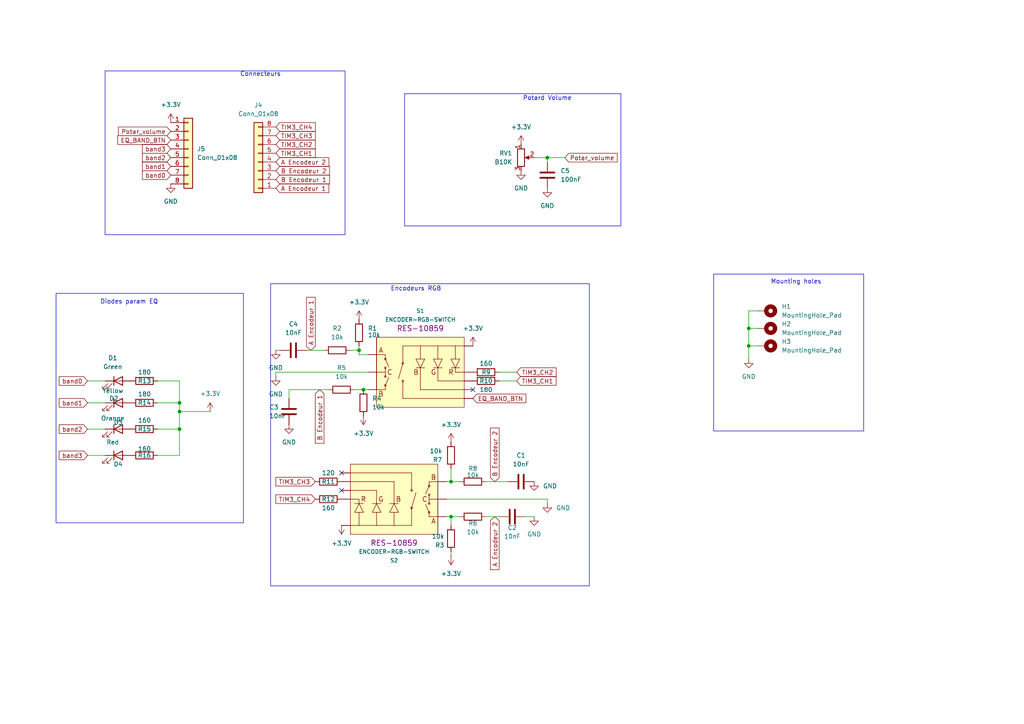
<source format=kicad_sch>
(kicad_sch
	(version 20231120)
	(generator "eeschema")
	(generator_version "8.0")
	(uuid "7eb8c880-3fa3-4106-a681-944921b151f8")
	(paper "A4")
	(lib_symbols
		(symbol "Connector_Generic:Conn_01x08"
			(pin_names
				(offset 1.016) hide)
			(exclude_from_sim no)
			(in_bom yes)
			(on_board yes)
			(property "Reference" "J"
				(at 0 10.16 0)
				(effects
					(font
						(size 1.27 1.27)
					)
				)
			)
			(property "Value" "Conn_01x08"
				(at 0 -12.7 0)
				(effects
					(font
						(size 1.27 1.27)
					)
				)
			)
			(property "Footprint" ""
				(at 0 0 0)
				(effects
					(font
						(size 1.27 1.27)
					)
					(hide yes)
				)
			)
			(property "Datasheet" "~"
				(at 0 0 0)
				(effects
					(font
						(size 1.27 1.27)
					)
					(hide yes)
				)
			)
			(property "Description" "Generic connector, single row, 01x08, script generated (kicad-library-utils/schlib/autogen/connector/)"
				(at 0 0 0)
				(effects
					(font
						(size 1.27 1.27)
					)
					(hide yes)
				)
			)
			(property "ki_keywords" "connector"
				(at 0 0 0)
				(effects
					(font
						(size 1.27 1.27)
					)
					(hide yes)
				)
			)
			(property "ki_fp_filters" "Connector*:*_1x??_*"
				(at 0 0 0)
				(effects
					(font
						(size 1.27 1.27)
					)
					(hide yes)
				)
			)
			(symbol "Conn_01x08_1_1"
				(rectangle
					(start -1.27 -10.033)
					(end 0 -10.287)
					(stroke
						(width 0.1524)
						(type default)
					)
					(fill
						(type none)
					)
				)
				(rectangle
					(start -1.27 -7.493)
					(end 0 -7.747)
					(stroke
						(width 0.1524)
						(type default)
					)
					(fill
						(type none)
					)
				)
				(rectangle
					(start -1.27 -4.953)
					(end 0 -5.207)
					(stroke
						(width 0.1524)
						(type default)
					)
					(fill
						(type none)
					)
				)
				(rectangle
					(start -1.27 -2.413)
					(end 0 -2.667)
					(stroke
						(width 0.1524)
						(type default)
					)
					(fill
						(type none)
					)
				)
				(rectangle
					(start -1.27 0.127)
					(end 0 -0.127)
					(stroke
						(width 0.1524)
						(type default)
					)
					(fill
						(type none)
					)
				)
				(rectangle
					(start -1.27 2.667)
					(end 0 2.413)
					(stroke
						(width 0.1524)
						(type default)
					)
					(fill
						(type none)
					)
				)
				(rectangle
					(start -1.27 5.207)
					(end 0 4.953)
					(stroke
						(width 0.1524)
						(type default)
					)
					(fill
						(type none)
					)
				)
				(rectangle
					(start -1.27 7.747)
					(end 0 7.493)
					(stroke
						(width 0.1524)
						(type default)
					)
					(fill
						(type none)
					)
				)
				(rectangle
					(start -1.27 8.89)
					(end 1.27 -11.43)
					(stroke
						(width 0.254)
						(type default)
					)
					(fill
						(type background)
					)
				)
				(pin passive line
					(at -5.08 7.62 0)
					(length 3.81)
					(name "Pin_1"
						(effects
							(font
								(size 1.27 1.27)
							)
						)
					)
					(number "1"
						(effects
							(font
								(size 1.27 1.27)
							)
						)
					)
				)
				(pin passive line
					(at -5.08 5.08 0)
					(length 3.81)
					(name "Pin_2"
						(effects
							(font
								(size 1.27 1.27)
							)
						)
					)
					(number "2"
						(effects
							(font
								(size 1.27 1.27)
							)
						)
					)
				)
				(pin passive line
					(at -5.08 2.54 0)
					(length 3.81)
					(name "Pin_3"
						(effects
							(font
								(size 1.27 1.27)
							)
						)
					)
					(number "3"
						(effects
							(font
								(size 1.27 1.27)
							)
						)
					)
				)
				(pin passive line
					(at -5.08 0 0)
					(length 3.81)
					(name "Pin_4"
						(effects
							(font
								(size 1.27 1.27)
							)
						)
					)
					(number "4"
						(effects
							(font
								(size 1.27 1.27)
							)
						)
					)
				)
				(pin passive line
					(at -5.08 -2.54 0)
					(length 3.81)
					(name "Pin_5"
						(effects
							(font
								(size 1.27 1.27)
							)
						)
					)
					(number "5"
						(effects
							(font
								(size 1.27 1.27)
							)
						)
					)
				)
				(pin passive line
					(at -5.08 -5.08 0)
					(length 3.81)
					(name "Pin_6"
						(effects
							(font
								(size 1.27 1.27)
							)
						)
					)
					(number "6"
						(effects
							(font
								(size 1.27 1.27)
							)
						)
					)
				)
				(pin passive line
					(at -5.08 -7.62 0)
					(length 3.81)
					(name "Pin_7"
						(effects
							(font
								(size 1.27 1.27)
							)
						)
					)
					(number "7"
						(effects
							(font
								(size 1.27 1.27)
							)
						)
					)
				)
				(pin passive line
					(at -5.08 -10.16 0)
					(length 3.81)
					(name "Pin_8"
						(effects
							(font
								(size 1.27 1.27)
							)
						)
					)
					(number "8"
						(effects
							(font
								(size 1.27 1.27)
							)
						)
					)
				)
			)
		)
		(symbol "Device:C"
			(pin_numbers hide)
			(pin_names
				(offset 0.254)
			)
			(exclude_from_sim no)
			(in_bom yes)
			(on_board yes)
			(property "Reference" "C"
				(at 0.635 2.54 0)
				(effects
					(font
						(size 1.27 1.27)
					)
					(justify left)
				)
			)
			(property "Value" "C"
				(at 0.635 -2.54 0)
				(effects
					(font
						(size 1.27 1.27)
					)
					(justify left)
				)
			)
			(property "Footprint" ""
				(at 0.9652 -3.81 0)
				(effects
					(font
						(size 1.27 1.27)
					)
					(hide yes)
				)
			)
			(property "Datasheet" "~"
				(at 0 0 0)
				(effects
					(font
						(size 1.27 1.27)
					)
					(hide yes)
				)
			)
			(property "Description" "Unpolarized capacitor"
				(at 0 0 0)
				(effects
					(font
						(size 1.27 1.27)
					)
					(hide yes)
				)
			)
			(property "ki_keywords" "cap capacitor"
				(at 0 0 0)
				(effects
					(font
						(size 1.27 1.27)
					)
					(hide yes)
				)
			)
			(property "ki_fp_filters" "C_*"
				(at 0 0 0)
				(effects
					(font
						(size 1.27 1.27)
					)
					(hide yes)
				)
			)
			(symbol "C_0_1"
				(polyline
					(pts
						(xy -2.032 -0.762) (xy 2.032 -0.762)
					)
					(stroke
						(width 0.508)
						(type default)
					)
					(fill
						(type none)
					)
				)
				(polyline
					(pts
						(xy -2.032 0.762) (xy 2.032 0.762)
					)
					(stroke
						(width 0.508)
						(type default)
					)
					(fill
						(type none)
					)
				)
			)
			(symbol "C_1_1"
				(pin passive line
					(at 0 3.81 270)
					(length 2.794)
					(name "~"
						(effects
							(font
								(size 1.27 1.27)
							)
						)
					)
					(number "1"
						(effects
							(font
								(size 1.27 1.27)
							)
						)
					)
				)
				(pin passive line
					(at 0 -3.81 90)
					(length 2.794)
					(name "~"
						(effects
							(font
								(size 1.27 1.27)
							)
						)
					)
					(number "2"
						(effects
							(font
								(size 1.27 1.27)
							)
						)
					)
				)
			)
		)
		(symbol "Device:LED"
			(pin_numbers hide)
			(pin_names
				(offset 1.016) hide)
			(exclude_from_sim no)
			(in_bom yes)
			(on_board yes)
			(property "Reference" "D"
				(at 0 2.54 0)
				(effects
					(font
						(size 1.27 1.27)
					)
				)
			)
			(property "Value" "LED"
				(at 0 -2.54 0)
				(effects
					(font
						(size 1.27 1.27)
					)
				)
			)
			(property "Footprint" ""
				(at 0 0 0)
				(effects
					(font
						(size 1.27 1.27)
					)
					(hide yes)
				)
			)
			(property "Datasheet" "~"
				(at 0 0 0)
				(effects
					(font
						(size 1.27 1.27)
					)
					(hide yes)
				)
			)
			(property "Description" "Light emitting diode"
				(at 0 0 0)
				(effects
					(font
						(size 1.27 1.27)
					)
					(hide yes)
				)
			)
			(property "ki_keywords" "LED diode"
				(at 0 0 0)
				(effects
					(font
						(size 1.27 1.27)
					)
					(hide yes)
				)
			)
			(property "ki_fp_filters" "LED* LED_SMD:* LED_THT:*"
				(at 0 0 0)
				(effects
					(font
						(size 1.27 1.27)
					)
					(hide yes)
				)
			)
			(symbol "LED_0_1"
				(polyline
					(pts
						(xy -1.27 -1.27) (xy -1.27 1.27)
					)
					(stroke
						(width 0.254)
						(type default)
					)
					(fill
						(type none)
					)
				)
				(polyline
					(pts
						(xy -1.27 0) (xy 1.27 0)
					)
					(stroke
						(width 0)
						(type default)
					)
					(fill
						(type none)
					)
				)
				(polyline
					(pts
						(xy 1.27 -1.27) (xy 1.27 1.27) (xy -1.27 0) (xy 1.27 -1.27)
					)
					(stroke
						(width 0.254)
						(type default)
					)
					(fill
						(type none)
					)
				)
				(polyline
					(pts
						(xy -3.048 -0.762) (xy -4.572 -2.286) (xy -3.81 -2.286) (xy -4.572 -2.286) (xy -4.572 -1.524)
					)
					(stroke
						(width 0)
						(type default)
					)
					(fill
						(type none)
					)
				)
				(polyline
					(pts
						(xy -1.778 -0.762) (xy -3.302 -2.286) (xy -2.54 -2.286) (xy -3.302 -2.286) (xy -3.302 -1.524)
					)
					(stroke
						(width 0)
						(type default)
					)
					(fill
						(type none)
					)
				)
			)
			(symbol "LED_1_1"
				(pin passive line
					(at -3.81 0 0)
					(length 2.54)
					(name "K"
						(effects
							(font
								(size 1.27 1.27)
							)
						)
					)
					(number "1"
						(effects
							(font
								(size 1.27 1.27)
							)
						)
					)
				)
				(pin passive line
					(at 3.81 0 180)
					(length 2.54)
					(name "A"
						(effects
							(font
								(size 1.27 1.27)
							)
						)
					)
					(number "2"
						(effects
							(font
								(size 1.27 1.27)
							)
						)
					)
				)
			)
		)
		(symbol "Device:R"
			(pin_numbers hide)
			(pin_names
				(offset 0)
			)
			(exclude_from_sim no)
			(in_bom yes)
			(on_board yes)
			(property "Reference" "R"
				(at 2.032 0 90)
				(effects
					(font
						(size 1.27 1.27)
					)
				)
			)
			(property "Value" "R"
				(at 0 0 90)
				(effects
					(font
						(size 1.27 1.27)
					)
				)
			)
			(property "Footprint" ""
				(at -1.778 0 90)
				(effects
					(font
						(size 1.27 1.27)
					)
					(hide yes)
				)
			)
			(property "Datasheet" "~"
				(at 0 0 0)
				(effects
					(font
						(size 1.27 1.27)
					)
					(hide yes)
				)
			)
			(property "Description" "Resistor"
				(at 0 0 0)
				(effects
					(font
						(size 1.27 1.27)
					)
					(hide yes)
				)
			)
			(property "ki_keywords" "R res resistor"
				(at 0 0 0)
				(effects
					(font
						(size 1.27 1.27)
					)
					(hide yes)
				)
			)
			(property "ki_fp_filters" "R_*"
				(at 0 0 0)
				(effects
					(font
						(size 1.27 1.27)
					)
					(hide yes)
				)
			)
			(symbol "R_0_1"
				(rectangle
					(start -1.016 -2.54)
					(end 1.016 2.54)
					(stroke
						(width 0.254)
						(type default)
					)
					(fill
						(type none)
					)
				)
			)
			(symbol "R_1_1"
				(pin passive line
					(at 0 3.81 270)
					(length 1.27)
					(name "~"
						(effects
							(font
								(size 1.27 1.27)
							)
						)
					)
					(number "1"
						(effects
							(font
								(size 1.27 1.27)
							)
						)
					)
				)
				(pin passive line
					(at 0 -3.81 90)
					(length 1.27)
					(name "~"
						(effects
							(font
								(size 1.27 1.27)
							)
						)
					)
					(number "2"
						(effects
							(font
								(size 1.27 1.27)
							)
						)
					)
				)
			)
		)
		(symbol "Device:R_Potentiometer"
			(pin_names
				(offset 1.016) hide)
			(exclude_from_sim no)
			(in_bom yes)
			(on_board yes)
			(property "Reference" "RV"
				(at -4.445 0 90)
				(effects
					(font
						(size 1.27 1.27)
					)
				)
			)
			(property "Value" "R_Potentiometer"
				(at -2.54 0 90)
				(effects
					(font
						(size 1.27 1.27)
					)
				)
			)
			(property "Footprint" ""
				(at 0 0 0)
				(effects
					(font
						(size 1.27 1.27)
					)
					(hide yes)
				)
			)
			(property "Datasheet" "~"
				(at 0 0 0)
				(effects
					(font
						(size 1.27 1.27)
					)
					(hide yes)
				)
			)
			(property "Description" "Potentiometer"
				(at 0 0 0)
				(effects
					(font
						(size 1.27 1.27)
					)
					(hide yes)
				)
			)
			(property "ki_keywords" "resistor variable"
				(at 0 0 0)
				(effects
					(font
						(size 1.27 1.27)
					)
					(hide yes)
				)
			)
			(property "ki_fp_filters" "Potentiometer*"
				(at 0 0 0)
				(effects
					(font
						(size 1.27 1.27)
					)
					(hide yes)
				)
			)
			(symbol "R_Potentiometer_0_1"
				(polyline
					(pts
						(xy 2.54 0) (xy 1.524 0)
					)
					(stroke
						(width 0)
						(type default)
					)
					(fill
						(type none)
					)
				)
				(polyline
					(pts
						(xy 1.143 0) (xy 2.286 0.508) (xy 2.286 -0.508) (xy 1.143 0)
					)
					(stroke
						(width 0)
						(type default)
					)
					(fill
						(type outline)
					)
				)
				(rectangle
					(start 1.016 2.54)
					(end -1.016 -2.54)
					(stroke
						(width 0.254)
						(type default)
					)
					(fill
						(type none)
					)
				)
			)
			(symbol "R_Potentiometer_1_1"
				(pin passive line
					(at 0 3.81 270)
					(length 1.27)
					(name "1"
						(effects
							(font
								(size 1.27 1.27)
							)
						)
					)
					(number "1"
						(effects
							(font
								(size 1.27 1.27)
							)
						)
					)
				)
				(pin passive line
					(at 3.81 0 180)
					(length 1.27)
					(name "2"
						(effects
							(font
								(size 1.27 1.27)
							)
						)
					)
					(number "2"
						(effects
							(font
								(size 1.27 1.27)
							)
						)
					)
				)
				(pin passive line
					(at 0 -3.81 90)
					(length 1.27)
					(name "3"
						(effects
							(font
								(size 1.27 1.27)
							)
						)
					)
					(number "3"
						(effects
							(font
								(size 1.27 1.27)
							)
						)
					)
				)
			)
		)
		(symbol "Mechanical:MountingHole_Pad"
			(pin_numbers hide)
			(pin_names
				(offset 1.016) hide)
			(exclude_from_sim no)
			(in_bom yes)
			(on_board yes)
			(property "Reference" "H"
				(at 0 6.35 0)
				(effects
					(font
						(size 1.27 1.27)
					)
				)
			)
			(property "Value" "MountingHole_Pad"
				(at 0 4.445 0)
				(effects
					(font
						(size 1.27 1.27)
					)
				)
			)
			(property "Footprint" ""
				(at 0 0 0)
				(effects
					(font
						(size 1.27 1.27)
					)
					(hide yes)
				)
			)
			(property "Datasheet" "~"
				(at 0 0 0)
				(effects
					(font
						(size 1.27 1.27)
					)
					(hide yes)
				)
			)
			(property "Description" "Mounting Hole with connection"
				(at 0 0 0)
				(effects
					(font
						(size 1.27 1.27)
					)
					(hide yes)
				)
			)
			(property "ki_keywords" "mounting hole"
				(at 0 0 0)
				(effects
					(font
						(size 1.27 1.27)
					)
					(hide yes)
				)
			)
			(property "ki_fp_filters" "MountingHole*Pad*"
				(at 0 0 0)
				(effects
					(font
						(size 1.27 1.27)
					)
					(hide yes)
				)
			)
			(symbol "MountingHole_Pad_0_1"
				(circle
					(center 0 1.27)
					(radius 1.27)
					(stroke
						(width 1.27)
						(type default)
					)
					(fill
						(type none)
					)
				)
			)
			(symbol "MountingHole_Pad_1_1"
				(pin input line
					(at 0 -2.54 90)
					(length 2.54)
					(name "1"
						(effects
							(font
								(size 1.27 1.27)
							)
						)
					)
					(number "1"
						(effects
							(font
								(size 1.27 1.27)
							)
						)
					)
				)
			)
		)
		(symbol "WITNS_EURORACK:ENCODER-RGB-SWITCH"
			(pin_numbers hide)
			(pin_names
				(offset 1.016)
			)
			(exclude_from_sim no)
			(in_bom yes)
			(on_board yes)
			(property "Reference" "S"
				(at -12.7 11.43 0)
				(effects
					(font
						(size 1.143 1.143)
					)
					(justify left bottom)
				)
			)
			(property "Value" "ENCODER-RGB-SWITCH"
				(at -12.7 -12.7 0)
				(effects
					(font
						(size 1.143 1.143)
					)
					(justify left bottom)
				)
			)
			(property "Footprint" "ENCODER_LED_3"
				(at 0 13.97 0)
				(effects
					(font
						(size 0.508 0.508)
					)
					(hide yes)
				)
			)
			(property "Datasheet" ""
				(at 0 0 0)
				(effects
					(font
						(size 1.27 1.27)
					)
					(hide yes)
				)
			)
			(property "Description" "Illuminated Rotary Encoder w/ RGB LED and select switch Encoders rotate similarly to potentiometers, but they re different from potentiometers in that an encoder has full rotation without limits. They output gray code so that you can tell how much and in which direction the encoder has been turned. This encoder includes an RGB LED and a push-down select switch. Part #: Top Up <a href=\"http://top-up.so-buy.com/front/bin/ptdetail.phtml?Part=EC12PLRGBSDVBF-D\">EC12PLRGBSDVBF-D</a> <h4>SparkFun Products</h4><ul><li><a href=\"https://www.sparkfun.com/products/10982\">Rotary Encoder - Illuminated (RGB)</a> (COM-10982)</li></ul>"
				(at 0 0 0)
				(effects
					(font
						(size 1.27 1.27)
					)
					(hide yes)
				)
			)
			(property "Field4" "RES-10859"
				(at 0 15.24 0)
				(effects
					(font
						(size 1.524 1.524)
					)
				)
			)
			(property "ki_locked" ""
				(at 0 0 0)
				(effects
					(font
						(size 1.27 1.27)
					)
				)
			)
			(property "ki_keywords" "PROD_ID:RES-10859"
				(at 0 0 0)
				(effects
					(font
						(size 1.27 1.27)
					)
					(hide yes)
				)
			)
			(property "ki_fp_filters" "*ENCODER_LED_3* *ENCODER_LED_3_KIT*"
				(at 0 0 0)
				(effects
					(font
						(size 1.27 1.27)
					)
					(hide yes)
				)
			)
			(symbol "ENCODER-RGB-SWITCH_1_0"
				(polyline
					(pts
						(xy -12.7 0) (xy -12.7 -5.08)
					)
					(stroke
						(width 0)
						(type default)
					)
					(fill
						(type none)
					)
				)
				(polyline
					(pts
						(xy -12.7 5.08) (xy -12.7 0)
					)
					(stroke
						(width 0)
						(type default)
					)
					(fill
						(type none)
					)
				)
				(polyline
					(pts
						(xy -12.7 5.08) (xy -10.16 5.08)
					)
					(stroke
						(width 0)
						(type default)
					)
					(fill
						(type none)
					)
				)
				(polyline
					(pts
						(xy -12.7 10.16) (xy -12.7 5.08)
					)
					(stroke
						(width 0)
						(type default)
					)
					(fill
						(type none)
					)
				)
				(polyline
					(pts
						(xy -10.16 -5.08) (xy -12.7 -5.08)
					)
					(stroke
						(width 0)
						(type default)
					)
					(fill
						(type none)
					)
				)
				(polyline
					(pts
						(xy -10.16 -5.08) (xy -10.16 -3.81)
					)
					(stroke
						(width 0)
						(type default)
					)
					(fill
						(type none)
					)
				)
				(polyline
					(pts
						(xy -10.16 -3.81) (xy -9.144 -1.524)
					)
					(stroke
						(width 0)
						(type default)
					)
					(fill
						(type none)
					)
				)
				(polyline
					(pts
						(xy -10.16 0) (xy -12.7 0)
					)
					(stroke
						(width 0)
						(type default)
					)
					(fill
						(type none)
					)
				)
				(polyline
					(pts
						(xy -10.16 0) (xy -10.16 -1.27)
					)
					(stroke
						(width 0)
						(type default)
					)
					(fill
						(type none)
					)
				)
				(polyline
					(pts
						(xy -10.16 0) (xy -10.16 1.27)
					)
					(stroke
						(width 0)
						(type default)
					)
					(fill
						(type none)
					)
				)
				(polyline
					(pts
						(xy -10.16 3.81) (xy -9.144 1.524)
					)
					(stroke
						(width 0)
						(type default)
					)
					(fill
						(type none)
					)
				)
				(polyline
					(pts
						(xy -10.16 5.08) (xy -10.16 3.81)
					)
					(stroke
						(width 0)
						(type default)
					)
					(fill
						(type none)
					)
				)
				(polyline
					(pts
						(xy -5.08 -7.62) (xy -5.08 -2.54)
					)
					(stroke
						(width 0)
						(type default)
					)
					(fill
						(type none)
					)
				)
				(polyline
					(pts
						(xy -5.08 -7.62) (xy 12.7 -7.62)
					)
					(stroke
						(width 0)
						(type default)
					)
					(fill
						(type none)
					)
				)
				(polyline
					(pts
						(xy -5.08 2.54) (xy -6.35 -1.905)
					)
					(stroke
						(width 0)
						(type default)
					)
					(fill
						(type none)
					)
				)
				(polyline
					(pts
						(xy -5.08 7.62) (xy -5.08 2.54)
					)
					(stroke
						(width 0)
						(type default)
					)
					(fill
						(type none)
					)
				)
				(polyline
					(pts
						(xy -5.08 7.62) (xy 0 7.62)
					)
					(stroke
						(width 0)
						(type default)
					)
					(fill
						(type none)
					)
				)
				(polyline
					(pts
						(xy -1.27 1.27) (xy 0 1.27)
					)
					(stroke
						(width 0)
						(type default)
					)
					(fill
						(type none)
					)
				)
				(polyline
					(pts
						(xy -1.27 3.81) (xy 0 1.27)
					)
					(stroke
						(width 0)
						(type default)
					)
					(fill
						(type none)
					)
				)
				(polyline
					(pts
						(xy -1.27 3.81) (xy 0 3.81)
					)
					(stroke
						(width 0)
						(type default)
					)
					(fill
						(type none)
					)
				)
				(polyline
					(pts
						(xy 0 -5.08) (xy 0 1.27)
					)
					(stroke
						(width 0)
						(type default)
					)
					(fill
						(type none)
					)
				)
				(polyline
					(pts
						(xy 0 -5.08) (xy 12.7 -5.08)
					)
					(stroke
						(width 0)
						(type default)
					)
					(fill
						(type none)
					)
				)
				(polyline
					(pts
						(xy 0 1.27) (xy 1.27 1.27)
					)
					(stroke
						(width 0)
						(type default)
					)
					(fill
						(type none)
					)
				)
				(polyline
					(pts
						(xy 0 1.27) (xy 1.27 3.81)
					)
					(stroke
						(width 0)
						(type default)
					)
					(fill
						(type none)
					)
				)
				(polyline
					(pts
						(xy 0 3.81) (xy 1.27 3.81)
					)
					(stroke
						(width 0)
						(type default)
					)
					(fill
						(type none)
					)
				)
				(polyline
					(pts
						(xy 0 7.62) (xy 0 3.81)
					)
					(stroke
						(width 0)
						(type default)
					)
					(fill
						(type none)
					)
				)
				(polyline
					(pts
						(xy 0 7.62) (xy 5.08 7.62)
					)
					(stroke
						(width 0)
						(type default)
					)
					(fill
						(type none)
					)
				)
				(polyline
					(pts
						(xy 3.81 1.27) (xy 5.08 1.27)
					)
					(stroke
						(width 0)
						(type default)
					)
					(fill
						(type none)
					)
				)
				(polyline
					(pts
						(xy 3.81 3.81) (xy 5.08 1.27)
					)
					(stroke
						(width 0)
						(type default)
					)
					(fill
						(type none)
					)
				)
				(polyline
					(pts
						(xy 3.81 3.81) (xy 5.08 3.81)
					)
					(stroke
						(width 0)
						(type default)
					)
					(fill
						(type none)
					)
				)
				(polyline
					(pts
						(xy 5.08 -2.54) (xy 5.08 1.27)
					)
					(stroke
						(width 0)
						(type default)
					)
					(fill
						(type none)
					)
				)
				(polyline
					(pts
						(xy 5.08 -2.54) (xy 12.7 -2.54)
					)
					(stroke
						(width 0)
						(type default)
					)
					(fill
						(type none)
					)
				)
				(polyline
					(pts
						(xy 5.08 1.27) (xy 6.35 1.27)
					)
					(stroke
						(width 0)
						(type default)
					)
					(fill
						(type none)
					)
				)
				(polyline
					(pts
						(xy 5.08 1.27) (xy 6.35 3.81)
					)
					(stroke
						(width 0)
						(type default)
					)
					(fill
						(type none)
					)
				)
				(polyline
					(pts
						(xy 5.08 3.81) (xy 6.35 3.81)
					)
					(stroke
						(width 0)
						(type default)
					)
					(fill
						(type none)
					)
				)
				(polyline
					(pts
						(xy 5.08 7.62) (xy 5.08 3.81)
					)
					(stroke
						(width 0)
						(type default)
					)
					(fill
						(type none)
					)
				)
				(polyline
					(pts
						(xy 5.08 7.62) (xy 10.16 7.62)
					)
					(stroke
						(width 0)
						(type default)
					)
					(fill
						(type none)
					)
				)
				(polyline
					(pts
						(xy 8.89 1.27) (xy 10.16 1.27)
					)
					(stroke
						(width 0)
						(type default)
					)
					(fill
						(type none)
					)
				)
				(polyline
					(pts
						(xy 8.89 3.81) (xy 10.16 1.27)
					)
					(stroke
						(width 0)
						(type default)
					)
					(fill
						(type none)
					)
				)
				(polyline
					(pts
						(xy 8.89 3.81) (xy 10.16 3.81)
					)
					(stroke
						(width 0)
						(type default)
					)
					(fill
						(type none)
					)
				)
				(polyline
					(pts
						(xy 10.16 0) (xy 10.16 1.27)
					)
					(stroke
						(width 0)
						(type default)
					)
					(fill
						(type none)
					)
				)
				(polyline
					(pts
						(xy 10.16 0) (xy 12.7 0)
					)
					(stroke
						(width 0)
						(type default)
					)
					(fill
						(type none)
					)
				)
				(polyline
					(pts
						(xy 10.16 1.27) (xy 11.43 1.27)
					)
					(stroke
						(width 0)
						(type default)
					)
					(fill
						(type none)
					)
				)
				(polyline
					(pts
						(xy 10.16 1.27) (xy 11.43 3.81)
					)
					(stroke
						(width 0)
						(type default)
					)
					(fill
						(type none)
					)
				)
				(polyline
					(pts
						(xy 10.16 3.81) (xy 11.43 3.81)
					)
					(stroke
						(width 0)
						(type default)
					)
					(fill
						(type none)
					)
				)
				(polyline
					(pts
						(xy 10.16 7.62) (xy 10.16 3.81)
					)
					(stroke
						(width 0)
						(type default)
					)
					(fill
						(type none)
					)
				)
				(polyline
					(pts
						(xy 10.16 7.62) (xy 12.7 7.62)
					)
					(stroke
						(width 0)
						(type default)
					)
					(fill
						(type none)
					)
				)
				(text "A"
					(at -11.43 6.35 0)
					(effects
						(font
							(size 1.4224 1.4224)
						)
					)
				)
				(text "B"
					(at -11.43 -6.35 0)
					(effects
						(font
							(size 1.4224 1.4224)
						)
					)
				)
				(text "B"
					(at -1.27 0 0)
					(effects
						(font
							(size 1.4224 1.4224)
						)
					)
				)
				(text "C"
					(at -8.89 0 0)
					(effects
						(font
							(size 1.4224 1.4224)
						)
					)
				)
				(text "G"
					(at 3.81 0 0)
					(effects
						(font
							(size 1.4224 1.4224)
						)
					)
				)
				(text "R"
					(at 8.89 0 0)
					(effects
						(font
							(size 1.4224 1.4224)
						)
					)
				)
			)
			(symbol "ENCODER-RGB-SWITCH_1_1"
				(rectangle
					(start -12.7 10.16)
					(end 12.7 -10.16)
					(stroke
						(width 0)
						(type default)
					)
					(fill
						(type background)
					)
				)
				(circle
					(center -10.16 -3.81)
					(radius 0.254)
					(stroke
						(width 0)
						(type default)
					)
					(fill
						(type none)
					)
				)
				(circle
					(center -10.16 -1.27)
					(radius 0.254)
					(stroke
						(width 0)
						(type default)
					)
					(fill
						(type none)
					)
				)
				(circle
					(center -10.16 1.27)
					(radius 0.254)
					(stroke
						(width 0)
						(type default)
					)
					(fill
						(type none)
					)
				)
				(circle
					(center -10.16 3.81)
					(radius 0.254)
					(stroke
						(width 0)
						(type default)
					)
					(fill
						(type none)
					)
				)
				(circle
					(center -5.08 -2.54)
					(radius 0.254)
					(stroke
						(width 0)
						(type default)
					)
					(fill
						(type none)
					)
				)
				(circle
					(center -5.08 2.54)
					(radius 0.254)
					(stroke
						(width 0)
						(type default)
					)
					(fill
						(type none)
					)
				)
				(pin passive line
					(at 15.24 0 180)
					(length 2.54)
					(name ""
						(effects
							(font
								(size 1.016 1.016)
							)
						)
					)
					(number "1"
						(effects
							(font
								(size 1.016 1.016)
							)
						)
					)
				)
				(pin passive line
					(at 15.24 -2.54 180)
					(length 2.54)
					(name ""
						(effects
							(font
								(size 1.016 1.016)
							)
						)
					)
					(number "2"
						(effects
							(font
								(size 1.016 1.016)
							)
						)
					)
				)
				(pin passive line
					(at 15.24 -7.62 180)
					(length 2.54)
					(name ""
						(effects
							(font
								(size 1.016 1.016)
							)
						)
					)
					(number "3"
						(effects
							(font
								(size 1.016 1.016)
							)
						)
					)
				)
				(pin passive line
					(at 15.24 -5.08 180)
					(length 2.54)
					(name ""
						(effects
							(font
								(size 1.016 1.016)
							)
						)
					)
					(number "4"
						(effects
							(font
								(size 1.016 1.016)
							)
						)
					)
				)
				(pin passive line
					(at 15.24 7.62 180)
					(length 2.54)
					(name ""
						(effects
							(font
								(size 1.016 1.016)
							)
						)
					)
					(number "5"
						(effects
							(font
								(size 1.016 1.016)
							)
						)
					)
				)
				(pin bidirectional line
					(at -15.24 5.08 0)
					(length 2.54)
					(name ""
						(effects
							(font
								(size 1.016 1.016)
							)
						)
					)
					(number "A"
						(effects
							(font
								(size 1.016 1.016)
							)
						)
					)
				)
				(pin bidirectional line
					(at -15.24 -5.08 0)
					(length 2.54)
					(name ""
						(effects
							(font
								(size 1.016 1.016)
							)
						)
					)
					(number "B"
						(effects
							(font
								(size 1.016 1.016)
							)
						)
					)
				)
				(pin bidirectional line
					(at -15.24 0 0)
					(length 2.54)
					(name ""
						(effects
							(font
								(size 1.016 1.016)
							)
						)
					)
					(number "C"
						(effects
							(font
								(size 1.016 1.016)
							)
						)
					)
				)
			)
		)
		(symbol "power:+3.3V"
			(power)
			(pin_numbers hide)
			(pin_names
				(offset 0) hide)
			(exclude_from_sim no)
			(in_bom yes)
			(on_board yes)
			(property "Reference" "#PWR"
				(at 0 -3.81 0)
				(effects
					(font
						(size 1.27 1.27)
					)
					(hide yes)
				)
			)
			(property "Value" "+3.3V"
				(at 0 3.556 0)
				(effects
					(font
						(size 1.27 1.27)
					)
				)
			)
			(property "Footprint" ""
				(at 0 0 0)
				(effects
					(font
						(size 1.27 1.27)
					)
					(hide yes)
				)
			)
			(property "Datasheet" ""
				(at 0 0 0)
				(effects
					(font
						(size 1.27 1.27)
					)
					(hide yes)
				)
			)
			(property "Description" "Power symbol creates a global label with name \"+3.3V\""
				(at 0 0 0)
				(effects
					(font
						(size 1.27 1.27)
					)
					(hide yes)
				)
			)
			(property "ki_keywords" "global power"
				(at 0 0 0)
				(effects
					(font
						(size 1.27 1.27)
					)
					(hide yes)
				)
			)
			(symbol "+3.3V_0_1"
				(polyline
					(pts
						(xy -0.762 1.27) (xy 0 2.54)
					)
					(stroke
						(width 0)
						(type default)
					)
					(fill
						(type none)
					)
				)
				(polyline
					(pts
						(xy 0 0) (xy 0 2.54)
					)
					(stroke
						(width 0)
						(type default)
					)
					(fill
						(type none)
					)
				)
				(polyline
					(pts
						(xy 0 2.54) (xy 0.762 1.27)
					)
					(stroke
						(width 0)
						(type default)
					)
					(fill
						(type none)
					)
				)
			)
			(symbol "+3.3V_1_1"
				(pin power_in line
					(at 0 0 90)
					(length 0)
					(name "~"
						(effects
							(font
								(size 1.27 1.27)
							)
						)
					)
					(number "1"
						(effects
							(font
								(size 1.27 1.27)
							)
						)
					)
				)
			)
		)
		(symbol "power:GND"
			(power)
			(pin_numbers hide)
			(pin_names
				(offset 0) hide)
			(exclude_from_sim no)
			(in_bom yes)
			(on_board yes)
			(property "Reference" "#PWR"
				(at 0 -6.35 0)
				(effects
					(font
						(size 1.27 1.27)
					)
					(hide yes)
				)
			)
			(property "Value" "GND"
				(at 0 -3.81 0)
				(effects
					(font
						(size 1.27 1.27)
					)
				)
			)
			(property "Footprint" ""
				(at 0 0 0)
				(effects
					(font
						(size 1.27 1.27)
					)
					(hide yes)
				)
			)
			(property "Datasheet" ""
				(at 0 0 0)
				(effects
					(font
						(size 1.27 1.27)
					)
					(hide yes)
				)
			)
			(property "Description" "Power symbol creates a global label with name \"GND\" , ground"
				(at 0 0 0)
				(effects
					(font
						(size 1.27 1.27)
					)
					(hide yes)
				)
			)
			(property "ki_keywords" "global power"
				(at 0 0 0)
				(effects
					(font
						(size 1.27 1.27)
					)
					(hide yes)
				)
			)
			(symbol "GND_0_1"
				(polyline
					(pts
						(xy 0 0) (xy 0 -1.27) (xy 1.27 -1.27) (xy 0 -2.54) (xy -1.27 -1.27) (xy 0 -1.27)
					)
					(stroke
						(width 0)
						(type default)
					)
					(fill
						(type none)
					)
				)
			)
			(symbol "GND_1_1"
				(pin power_in line
					(at 0 0 270)
					(length 0)
					(name "~"
						(effects
							(font
								(size 1.27 1.27)
							)
						)
					)
					(number "1"
						(effects
							(font
								(size 1.27 1.27)
							)
						)
					)
				)
			)
		)
	)
	(junction
		(at 105.41 113.03)
		(diameter 0)
		(color 0 0 0 0)
		(uuid "2d66398d-4af2-44ad-87cf-6c4436e8527e")
	)
	(junction
		(at 52.07 124.46)
		(diameter 0)
		(color 0 0 0 0)
		(uuid "3d23dcc5-10c5-410e-aaa8-471df5c8b31b")
	)
	(junction
		(at 104.14 101.6)
		(diameter 0)
		(color 0 0 0 0)
		(uuid "63bf8e5f-ad85-4f41-894d-c19e5cd29536")
	)
	(junction
		(at 52.07 116.84)
		(diameter 0)
		(color 0 0 0 0)
		(uuid "6afb9b08-cc3c-4bb7-96c1-2949c864d951")
	)
	(junction
		(at 217.17 100.33)
		(diameter 0)
		(color 0 0 0 0)
		(uuid "82b5367a-c456-495e-808c-c47c475faa9e")
	)
	(junction
		(at 130.81 149.86)
		(diameter 0)
		(color 0 0 0 0)
		(uuid "ab03c97a-e06c-4f29-8628-8f0929e7b4fd")
	)
	(junction
		(at 158.75 45.72)
		(diameter 0)
		(color 0 0 0 0)
		(uuid "ac26eb13-b222-4d98-a47c-d01d8f3ee6cb")
	)
	(junction
		(at 130.81 139.7)
		(diameter 0)
		(color 0 0 0 0)
		(uuid "aec99446-de51-452b-badd-48faf6a7efee")
	)
	(junction
		(at 217.17 95.25)
		(diameter 0)
		(color 0 0 0 0)
		(uuid "be73d4f6-956d-49da-8f28-4756ae164b32")
	)
	(junction
		(at 52.07 119.38)
		(diameter 0)
		(color 0 0 0 0)
		(uuid "c67c0271-8146-4366-ab97-77df214bc0e2")
	)
	(no_connect
		(at 137.16 113.03)
		(uuid "31975d33-14ce-4450-a05b-207ae719e156")
	)
	(no_connect
		(at 99.06 142.24)
		(uuid "35938e7e-bc59-465d-9e79-f033e4686c7b")
	)
	(no_connect
		(at 99.06 137.16)
		(uuid "57a0c316-a783-4028-b48e-5079ad77de38")
	)
	(wire
		(pts
			(xy 152.4 149.86) (xy 154.94 149.86)
		)
		(stroke
			(width 0)
			(type default)
		)
		(uuid "0011d868-de73-48d3-8d5a-bca930d39922")
	)
	(wire
		(pts
			(xy 80.01 101.6) (xy 81.28 101.6)
		)
		(stroke
			(width 0)
			(type default)
		)
		(uuid "0e63af14-f42d-4382-9418-9ccae1eb494b")
	)
	(wire
		(pts
			(xy 45.72 124.46) (xy 52.07 124.46)
		)
		(stroke
			(width 0)
			(type default)
		)
		(uuid "10048962-e090-48d5-b9c9-d265d3aa95cb")
	)
	(wire
		(pts
			(xy 101.6 101.6) (xy 104.14 101.6)
		)
		(stroke
			(width 0)
			(type default)
		)
		(uuid "153516df-5d8b-4a6d-9500-61b8f1cf8907")
	)
	(wire
		(pts
			(xy 217.17 90.17) (xy 217.17 95.25)
		)
		(stroke
			(width 0)
			(type default)
		)
		(uuid "15a53805-6b8c-437e-9a5a-edf4b57fa0d4")
	)
	(wire
		(pts
			(xy 140.97 149.86) (xy 144.78 149.86)
		)
		(stroke
			(width 0)
			(type default)
		)
		(uuid "1a3b30a8-4435-4bbb-ad79-85fc15145ee9")
	)
	(wire
		(pts
			(xy 217.17 100.33) (xy 217.17 104.14)
		)
		(stroke
			(width 0)
			(type default)
		)
		(uuid "202c7c99-1bf2-4d0a-9a87-915c13010708")
	)
	(wire
		(pts
			(xy 102.87 113.03) (xy 105.41 113.03)
		)
		(stroke
			(width 0)
			(type default)
		)
		(uuid "22be3350-aa11-4b72-a7db-0f9cf24af223")
	)
	(wire
		(pts
			(xy 60.96 119.38) (xy 52.07 119.38)
		)
		(stroke
			(width 0)
			(type default)
		)
		(uuid "26776e97-259a-48b4-ac3a-db4ce9e9d84a")
	)
	(wire
		(pts
			(xy 130.81 160.02) (xy 130.81 161.29)
		)
		(stroke
			(width 0)
			(type default)
		)
		(uuid "31c3b87f-0879-4a91-924c-9ce5c6089b24")
	)
	(wire
		(pts
			(xy 130.81 139.7) (xy 129.54 139.7)
		)
		(stroke
			(width 0)
			(type default)
		)
		(uuid "36c12fb6-7281-49a0-8e10-0c2838a00458")
	)
	(wire
		(pts
			(xy 83.82 115.57) (xy 83.82 113.03)
		)
		(stroke
			(width 0)
			(type default)
		)
		(uuid "3cd7ca2c-19fd-49ed-90d1-3f7e5711b4fa")
	)
	(wire
		(pts
			(xy 130.81 149.86) (xy 129.54 149.86)
		)
		(stroke
			(width 0)
			(type default)
		)
		(uuid "4a362e19-feb9-44c2-bc99-138b49753976")
	)
	(wire
		(pts
			(xy 52.07 116.84) (xy 52.07 119.38)
		)
		(stroke
			(width 0)
			(type default)
		)
		(uuid "4b9a8abc-1fc7-4ea8-b906-aaa05e193bec")
	)
	(wire
		(pts
			(xy 133.35 149.86) (xy 130.81 149.86)
		)
		(stroke
			(width 0)
			(type default)
		)
		(uuid "4facacf6-875c-45ef-b0bc-caa00b64ece6")
	)
	(wire
		(pts
			(xy 104.14 102.87) (xy 104.14 101.6)
		)
		(stroke
			(width 0)
			(type default)
		)
		(uuid "5ad9f431-370f-44f7-9bc5-6e0969b0d707")
	)
	(wire
		(pts
			(xy 219.71 90.17) (xy 217.17 90.17)
		)
		(stroke
			(width 0)
			(type default)
		)
		(uuid "61f44a88-0e7d-4f9c-8077-e46d057d1e29")
	)
	(wire
		(pts
			(xy 130.81 152.4) (xy 130.81 149.86)
		)
		(stroke
			(width 0)
			(type default)
		)
		(uuid "64850f0f-722e-4aac-bdd7-2587d76ab3ae")
	)
	(wire
		(pts
			(xy 25.4 110.49) (xy 30.48 110.49)
		)
		(stroke
			(width 0)
			(type default)
		)
		(uuid "6a0a6aa4-8290-4431-9d1e-3115792f8ab8")
	)
	(wire
		(pts
			(xy 144.78 110.49) (xy 149.86 110.49)
		)
		(stroke
			(width 0)
			(type default)
		)
		(uuid "6a4adfc7-2ba1-436c-ad3d-189f0f3801ed")
	)
	(wire
		(pts
			(xy 147.32 139.7) (xy 140.97 139.7)
		)
		(stroke
			(width 0)
			(type default)
		)
		(uuid "6a6db8a2-b9e1-42d9-8482-b86cbd986f0a")
	)
	(wire
		(pts
			(xy 52.07 110.49) (xy 52.07 116.84)
		)
		(stroke
			(width 0)
			(type default)
		)
		(uuid "6c29d0cf-73b7-41e0-8281-fe10ad396c73")
	)
	(wire
		(pts
			(xy 217.17 95.25) (xy 217.17 100.33)
		)
		(stroke
			(width 0)
			(type default)
		)
		(uuid "727598fe-b104-4b86-a0bf-f9293a815d74")
	)
	(wire
		(pts
			(xy 104.14 101.6) (xy 104.14 100.33)
		)
		(stroke
			(width 0)
			(type default)
		)
		(uuid "83a8a43b-602a-423a-b7dd-ee2746035f1a")
	)
	(wire
		(pts
			(xy 25.4 132.08) (xy 30.48 132.08)
		)
		(stroke
			(width 0)
			(type default)
		)
		(uuid "83d3dc61-639e-4b40-8af9-0f7d2f91460d")
	)
	(wire
		(pts
			(xy 133.35 139.7) (xy 130.81 139.7)
		)
		(stroke
			(width 0)
			(type default)
		)
		(uuid "8c66025b-e525-458f-9672-d75f63c3b23c")
	)
	(wire
		(pts
			(xy 25.4 116.84) (xy 30.48 116.84)
		)
		(stroke
			(width 0)
			(type default)
		)
		(uuid "9035bdc1-61d1-4a8e-b707-6c58acc6770a")
	)
	(wire
		(pts
			(xy 93.98 101.6) (xy 88.9 101.6)
		)
		(stroke
			(width 0)
			(type default)
		)
		(uuid "92dc8baa-b2ef-46da-bda4-fd4b58f50e35")
	)
	(wire
		(pts
			(xy 106.68 107.95) (xy 80.01 107.95)
		)
		(stroke
			(width 0)
			(type default)
		)
		(uuid "96537852-1a78-4d63-98d9-4cc9db63c7b1")
	)
	(wire
		(pts
			(xy 105.41 113.03) (xy 106.68 113.03)
		)
		(stroke
			(width 0)
			(type default)
		)
		(uuid "972f2acc-be97-41bb-ba42-5ede2722fbf6")
	)
	(wire
		(pts
			(xy 158.75 144.78) (xy 129.54 144.78)
		)
		(stroke
			(width 0)
			(type default)
		)
		(uuid "9734f488-d2ef-4875-8042-c4aba818064a")
	)
	(wire
		(pts
			(xy 217.17 100.33) (xy 219.71 100.33)
		)
		(stroke
			(width 0)
			(type default)
		)
		(uuid "98a48e5d-2704-4b11-9bec-01607e6a2f47")
	)
	(wire
		(pts
			(xy 45.72 110.49) (xy 52.07 110.49)
		)
		(stroke
			(width 0)
			(type default)
		)
		(uuid "98c04fe1-4633-4068-b8ea-a8d93fcc5e48")
	)
	(wire
		(pts
			(xy 83.82 113.03) (xy 95.25 113.03)
		)
		(stroke
			(width 0)
			(type default)
		)
		(uuid "a07bd14f-a95e-4a8f-98be-089acbfc0aa7")
	)
	(wire
		(pts
			(xy 25.4 124.46) (xy 30.48 124.46)
		)
		(stroke
			(width 0)
			(type default)
		)
		(uuid "aee733a4-a8c9-4f2c-a792-19c491ba70f2")
	)
	(wire
		(pts
			(xy 158.75 144.78) (xy 158.75 146.05)
		)
		(stroke
			(width 0)
			(type default)
		)
		(uuid "b083bf80-c073-4238-a6f7-68aaf22530eb")
	)
	(wire
		(pts
			(xy 217.17 95.25) (xy 219.71 95.25)
		)
		(stroke
			(width 0)
			(type default)
		)
		(uuid "b4a38791-2101-44ec-ba50-4df2e80ac106")
	)
	(wire
		(pts
			(xy 163.83 45.72) (xy 158.75 45.72)
		)
		(stroke
			(width 0)
			(type default)
		)
		(uuid "b99147b4-40df-4222-98db-8993a3ff7b87")
	)
	(wire
		(pts
			(xy 106.68 102.87) (xy 104.14 102.87)
		)
		(stroke
			(width 0)
			(type default)
		)
		(uuid "c48237c5-39cd-4112-b87f-f77f0b308543")
	)
	(wire
		(pts
			(xy 158.75 45.72) (xy 158.75 46.99)
		)
		(stroke
			(width 0)
			(type default)
		)
		(uuid "ccc36814-7cd3-438c-809f-f73d84ef0525")
	)
	(wire
		(pts
			(xy 130.81 139.7) (xy 130.81 135.89)
		)
		(stroke
			(width 0)
			(type default)
		)
		(uuid "cd09c5a6-4418-4bf2-88ac-923abcfa7aa9")
	)
	(wire
		(pts
			(xy 45.72 116.84) (xy 52.07 116.84)
		)
		(stroke
			(width 0)
			(type default)
		)
		(uuid "d27836cd-ac56-4212-9026-17191226b12e")
	)
	(wire
		(pts
			(xy 52.07 119.38) (xy 52.07 124.46)
		)
		(stroke
			(width 0)
			(type default)
		)
		(uuid "d39d6c3b-8d62-4f7a-a283-b74fcd0e77de")
	)
	(wire
		(pts
			(xy 45.72 132.08) (xy 52.07 132.08)
		)
		(stroke
			(width 0)
			(type default)
		)
		(uuid "d45e2e42-8e64-4431-8a2d-b5a563afd155")
	)
	(wire
		(pts
			(xy 158.75 45.72) (xy 154.94 45.72)
		)
		(stroke
			(width 0)
			(type default)
		)
		(uuid "e111c478-1bc7-4e8e-b881-5c2b97386fe5")
	)
	(wire
		(pts
			(xy 52.07 124.46) (xy 52.07 132.08)
		)
		(stroke
			(width 0)
			(type default)
		)
		(uuid "ef2fb90c-6318-4d01-9fa0-f75bdd0f0a1d")
	)
	(wire
		(pts
			(xy 144.78 107.95) (xy 149.86 107.95)
		)
		(stroke
			(width 0)
			(type default)
		)
		(uuid "f17789f8-127d-4cd7-83b9-7ef151c49234")
	)
	(wire
		(pts
			(xy 80.01 107.95) (xy 80.01 109.22)
		)
		(stroke
			(width 0)
			(type default)
		)
		(uuid "f1bbdd02-d68b-44d8-a604-fbc203126cd6")
	)
	(rectangle
		(start 117.348 27.178)
		(end 180.086 65.532)
		(stroke
			(width 0)
			(type default)
		)
		(fill
			(type none)
		)
		(uuid 07257220-4b23-43b8-a2ed-9588540e83e4)
	)
	(rectangle
		(start 16.256 85.09)
		(end 70.612 151.638)
		(stroke
			(width 0)
			(type default)
		)
		(fill
			(type none)
		)
		(uuid 1ea75869-facc-4c85-89a9-ad9d03be4324)
	)
	(rectangle
		(start 78.486 82.296)
		(end 170.942 169.926)
		(stroke
			(width 0)
			(type default)
		)
		(fill
			(type none)
		)
		(uuid e086b2f3-f8e7-4a45-966f-e4b28478e092)
	)
	(rectangle
		(start 30.48 20.574)
		(end 100.076 68.072)
		(stroke
			(width 0)
			(type default)
		)
		(fill
			(type none)
		)
		(uuid f08029ee-d018-4496-a232-bfed8cb17f47)
	)
	(rectangle
		(start 207 79.5)
		(end 250.5 125)
		(stroke
			(width 0)
			(type default)
		)
		(fill
			(type none)
		)
		(uuid fbd63fc7-9da5-4342-9102-9d968d1b80e1)
	)
	(text "Connecteurs\n"
		(exclude_from_sim no)
		(at 75.565 21.59 0)
		(effects
			(font
				(size 1.27 1.27)
			)
		)
		(uuid "5fab355a-2f16-4903-a117-26667a5f085c")
	)
	(text "Encodeurs RGB\n"
		(exclude_from_sim no)
		(at 120.65 83.82 0)
		(effects
			(font
				(size 1.27 1.27)
			)
		)
		(uuid "66e3e983-1228-46cc-a6ce-e554a6f48392")
	)
	(text "Diodes param EQ\n"
		(exclude_from_sim no)
		(at 37.465 87.63 0)
		(effects
			(font
				(size 1.27 1.27)
			)
		)
		(uuid "736a7c40-9e9f-43c9-aefc-bed78935f459")
	)
	(text "Potard Volume\n"
		(exclude_from_sim no)
		(at 158.75 28.575 0)
		(effects
			(font
				(size 1.27 1.27)
			)
		)
		(uuid "cff5ab0c-7078-4a04-bb73-dd178122886a")
	)
	(text "Mounting holes"
		(exclude_from_sim no)
		(at 223.52 82.55 0)
		(effects
			(font
				(size 1.27 1.27)
			)
			(justify left bottom)
		)
		(uuid "f28a6c96-cd1b-4562-8f00-eadb821816dd")
	)
	(global_label "band1"
		(shape input)
		(at 25.4 116.84 180)
		(fields_autoplaced yes)
		(effects
			(font
				(size 1.27 1.27)
			)
			(justify right)
		)
		(uuid "08482849-2eb5-4ffb-ae93-05e5acd16f72")
		(property "Intersheetrefs" "${INTERSHEET_REFS}"
			(at 16.6093 116.84 0)
			(effects
				(font
					(size 1.27 1.27)
				)
				(justify right)
				(hide yes)
			)
		)
	)
	(global_label "band0"
		(shape input)
		(at 25.4 110.49 180)
		(fields_autoplaced yes)
		(effects
			(font
				(size 1.27 1.27)
			)
			(justify right)
		)
		(uuid "134abb5f-96ef-4461-bb6a-c7a6c154f2b9")
		(property "Intersheetrefs" "${INTERSHEET_REFS}"
			(at 16.6093 110.49 0)
			(effects
				(font
					(size 1.27 1.27)
				)
				(justify right)
				(hide yes)
			)
		)
	)
	(global_label "band1"
		(shape input)
		(at 49.53 48.26 180)
		(fields_autoplaced yes)
		(effects
			(font
				(size 1.27 1.27)
			)
			(justify right)
		)
		(uuid "13cf9687-92d9-41f3-9020-4769985da869")
		(property "Intersheetrefs" "${INTERSHEET_REFS}"
			(at 40.7393 48.26 0)
			(effects
				(font
					(size 1.27 1.27)
				)
				(justify right)
				(hide yes)
			)
		)
	)
	(global_label "Potar_volume"
		(shape input)
		(at 163.83 45.72 0)
		(fields_autoplaced yes)
		(effects
			(font
				(size 1.27 1.27)
			)
			(justify left)
		)
		(uuid "1c841a69-7f30-43b7-a448-6644a9674737")
		(property "Intersheetrefs" "${INTERSHEET_REFS}"
			(at 179.5754 45.72 0)
			(effects
				(font
					(size 1.27 1.27)
				)
				(justify left)
				(hide yes)
			)
		)
	)
	(global_label "B Encodeur 2"
		(shape input)
		(at 143.51 139.7 90)
		(fields_autoplaced yes)
		(effects
			(font
				(size 1.27 1.27)
			)
			(justify left)
		)
		(uuid "291e25cc-6348-4970-95dc-79f9cafad3d0")
		(property "Intersheetrefs" "${INTERSHEET_REFS}"
			(at 143.51 123.5917 90)
			(effects
				(font
					(size 1.27 1.27)
				)
				(justify left)
				(hide yes)
			)
		)
	)
	(global_label "band0"
		(shape input)
		(at 49.53 50.8 180)
		(fields_autoplaced yes)
		(effects
			(font
				(size 1.27 1.27)
			)
			(justify right)
		)
		(uuid "2b96cc44-3c4e-409d-a8d3-9df7c551b55b")
		(property "Intersheetrefs" "${INTERSHEET_REFS}"
			(at 40.7393 50.8 0)
			(effects
				(font
					(size 1.27 1.27)
				)
				(justify right)
				(hide yes)
			)
		)
	)
	(global_label "A Encodeur 2"
		(shape input)
		(at 143.51 149.86 270)
		(fields_autoplaced yes)
		(effects
			(font
				(size 1.27 1.27)
			)
			(justify right)
		)
		(uuid "33050a92-491f-4bc5-a6f8-87294bfc8101")
		(property "Intersheetrefs" "${INTERSHEET_REFS}"
			(at 143.51 165.7869 90)
			(effects
				(font
					(size 1.27 1.27)
				)
				(justify right)
				(hide yes)
			)
		)
	)
	(global_label "A Encodeur 2"
		(shape input)
		(at 80.01 46.99 0)
		(fields_autoplaced yes)
		(effects
			(font
				(size 1.27 1.27)
			)
			(justify left)
		)
		(uuid "3b0cee24-8f46-462a-a65b-cdbc9e490c7d")
		(property "Intersheetrefs" "${INTERSHEET_REFS}"
			(at 95.9369 46.99 0)
			(effects
				(font
					(size 1.27 1.27)
				)
				(justify left)
				(hide yes)
			)
		)
	)
	(global_label "Potar_volume"
		(shape input)
		(at 49.53 38.1 180)
		(fields_autoplaced yes)
		(effects
			(font
				(size 1.27 1.27)
			)
			(justify right)
		)
		(uuid "41583ddd-53e2-4753-b07e-2517cb4caaa8")
		(property "Intersheetrefs" "${INTERSHEET_REFS}"
			(at 33.7846 38.1 0)
			(effects
				(font
					(size 1.27 1.27)
				)
				(justify right)
				(hide yes)
			)
		)
	)
	(global_label "TIM3_CH4"
		(shape input)
		(at 80.01 36.83 0)
		(fields_autoplaced yes)
		(effects
			(font
				(size 1.27 1.27)
			)
			(justify left)
		)
		(uuid "4e475411-14ac-4de5-9973-dc39fe90be2a")
		(property "Intersheetrefs" "${INTERSHEET_REFS}"
			(at 92.0061 36.83 0)
			(effects
				(font
					(size 1.27 1.27)
				)
				(justify left)
				(hide yes)
			)
		)
	)
	(global_label "B Encodeur 1"
		(shape input)
		(at 92.71 113.03 270)
		(fields_autoplaced yes)
		(effects
			(font
				(size 1.27 1.27)
			)
			(justify right)
		)
		(uuid "60b84f1c-b04a-4407-9a66-0b287b18bb8c")
		(property "Intersheetrefs" "${INTERSHEET_REFS}"
			(at 92.71 129.1383 90)
			(effects
				(font
					(size 1.27 1.27)
				)
				(justify right)
				(hide yes)
			)
		)
	)
	(global_label "A Encodeur 1"
		(shape input)
		(at 80.01 54.61 0)
		(fields_autoplaced yes)
		(effects
			(font
				(size 1.27 1.27)
			)
			(justify left)
		)
		(uuid "63877d93-be99-4fef-9e5f-a4f9239037ec")
		(property "Intersheetrefs" "${INTERSHEET_REFS}"
			(at 95.9369 54.61 0)
			(effects
				(font
					(size 1.27 1.27)
				)
				(justify left)
				(hide yes)
			)
		)
	)
	(global_label "TIM3_CH4"
		(shape input)
		(at 91.44 144.78 180)
		(fields_autoplaced yes)
		(effects
			(font
				(size 1.27 1.27)
			)
			(justify right)
		)
		(uuid "658fc110-ba94-438b-9be6-f32b119dfffc")
		(property "Intersheetrefs" "${INTERSHEET_REFS}"
			(at 79.4439 144.78 0)
			(effects
				(font
					(size 1.27 1.27)
				)
				(justify right)
				(hide yes)
			)
		)
	)
	(global_label "TIM3_CH2"
		(shape input)
		(at 80.01 41.91 0)
		(fields_autoplaced yes)
		(effects
			(font
				(size 1.27 1.27)
			)
			(justify left)
		)
		(uuid "66814547-9f7a-4136-83cc-5d1be392ff9d")
		(property "Intersheetrefs" "${INTERSHEET_REFS}"
			(at 92.0061 41.91 0)
			(effects
				(font
					(size 1.27 1.27)
				)
				(justify left)
				(hide yes)
			)
		)
	)
	(global_label "TIM3_CH2"
		(shape input)
		(at 149.86 107.95 0)
		(fields_autoplaced yes)
		(effects
			(font
				(size 1.27 1.27)
			)
			(justify left)
		)
		(uuid "6a69aefc-e4ac-4049-86d0-91d148095493")
		(property "Intersheetrefs" "${INTERSHEET_REFS}"
			(at 161.8561 107.95 0)
			(effects
				(font
					(size 1.27 1.27)
				)
				(justify left)
				(hide yes)
			)
		)
	)
	(global_label "EQ_BAND_BTN"
		(shape input)
		(at 49.53 40.64 180)
		(fields_autoplaced yes)
		(effects
			(font
				(size 1.27 1.27)
			)
			(justify right)
		)
		(uuid "7b3c2431-3e30-45de-879b-1d05b4e7113f")
		(property "Intersheetrefs" "${INTERSHEET_REFS}"
			(at 33.6029 40.64 0)
			(effects
				(font
					(size 1.27 1.27)
				)
				(justify right)
				(hide yes)
			)
		)
	)
	(global_label "band2"
		(shape input)
		(at 49.53 45.72 180)
		(fields_autoplaced yes)
		(effects
			(font
				(size 1.27 1.27)
			)
			(justify right)
		)
		(uuid "84f1ae88-fb38-40c5-bcf1-7e6e7a3030e3")
		(property "Intersheetrefs" "${INTERSHEET_REFS}"
			(at 40.7393 45.72 0)
			(effects
				(font
					(size 1.27 1.27)
				)
				(justify right)
				(hide yes)
			)
		)
	)
	(global_label "TIM3_CH3"
		(shape input)
		(at 80.01 39.37 0)
		(fields_autoplaced yes)
		(effects
			(font
				(size 1.27 1.27)
			)
			(justify left)
		)
		(uuid "86b82ba0-458e-4199-8fce-231121c7b1c3")
		(property "Intersheetrefs" "${INTERSHEET_REFS}"
			(at 92.0061 39.37 0)
			(effects
				(font
					(size 1.27 1.27)
				)
				(justify left)
				(hide yes)
			)
		)
	)
	(global_label "A Encodeur 1"
		(shape input)
		(at 90.17 101.6 90)
		(fields_autoplaced yes)
		(effects
			(font
				(size 1.27 1.27)
			)
			(justify left)
		)
		(uuid "8876d053-4945-41cd-866b-8320d6a1a6e9")
		(property "Intersheetrefs" "${INTERSHEET_REFS}"
			(at 90.17 85.6731 90)
			(effects
				(font
					(size 1.27 1.27)
				)
				(justify left)
				(hide yes)
			)
		)
	)
	(global_label "band3"
		(shape input)
		(at 49.53 43.18 180)
		(fields_autoplaced yes)
		(effects
			(font
				(size 1.27 1.27)
			)
			(justify right)
		)
		(uuid "8993d27f-132e-479d-acb5-2a59d33bc3f6")
		(property "Intersheetrefs" "${INTERSHEET_REFS}"
			(at 40.7393 43.18 0)
			(effects
				(font
					(size 1.27 1.27)
				)
				(justify right)
				(hide yes)
			)
		)
	)
	(global_label "band3"
		(shape input)
		(at 25.4 132.08 180)
		(fields_autoplaced yes)
		(effects
			(font
				(size 1.27 1.27)
			)
			(justify right)
		)
		(uuid "90fd1568-e557-468f-a002-cc40e38d1b92")
		(property "Intersheetrefs" "${INTERSHEET_REFS}"
			(at 16.6093 132.08 0)
			(effects
				(font
					(size 1.27 1.27)
				)
				(justify right)
				(hide yes)
			)
		)
	)
	(global_label "TIM3_CH3"
		(shape input)
		(at 91.44 139.7 180)
		(fields_autoplaced yes)
		(effects
			(font
				(size 1.27 1.27)
			)
			(justify right)
		)
		(uuid "967a0c3b-cd19-4e66-9ba1-336d1a5e13f0")
		(property "Intersheetrefs" "${INTERSHEET_REFS}"
			(at 79.4439 139.7 0)
			(effects
				(font
					(size 1.27 1.27)
				)
				(justify right)
				(hide yes)
			)
		)
	)
	(global_label "B Encodeur 2"
		(shape input)
		(at 80.01 49.53 0)
		(fields_autoplaced yes)
		(effects
			(font
				(size 1.27 1.27)
			)
			(justify left)
		)
		(uuid "a2788bac-170c-4dc5-b725-f66a66ab4805")
		(property "Intersheetrefs" "${INTERSHEET_REFS}"
			(at 96.1183 49.53 0)
			(effects
				(font
					(size 1.27 1.27)
				)
				(justify left)
				(hide yes)
			)
		)
	)
	(global_label "EQ_BAND_BTN"
		(shape input)
		(at 137.16 115.57 0)
		(fields_autoplaced yes)
		(effects
			(font
				(size 1.27 1.27)
			)
			(justify left)
		)
		(uuid "b6aa63fb-3ca8-4339-8f4e-95254f2c6f6e")
		(property "Intersheetrefs" "${INTERSHEET_REFS}"
			(at 153.0871 115.57 0)
			(effects
				(font
					(size 1.27 1.27)
				)
				(justify left)
				(hide yes)
			)
		)
	)
	(global_label "band2"
		(shape input)
		(at 25.4 124.46 180)
		(fields_autoplaced yes)
		(effects
			(font
				(size 1.27 1.27)
			)
			(justify right)
		)
		(uuid "b8a48bc2-0513-468f-8294-5aeb8a617bdf")
		(property "Intersheetrefs" "${INTERSHEET_REFS}"
			(at 16.6093 124.46 0)
			(effects
				(font
					(size 1.27 1.27)
				)
				(justify right)
				(hide yes)
			)
		)
	)
	(global_label "TIM3_CH1"
		(shape input)
		(at 80.01 44.45 0)
		(fields_autoplaced yes)
		(effects
			(font
				(size 1.27 1.27)
			)
			(justify left)
		)
		(uuid "d672d433-bf50-4411-b8e8-57369ae885e3")
		(property "Intersheetrefs" "${INTERSHEET_REFS}"
			(at 92.0061 44.45 0)
			(effects
				(font
					(size 1.27 1.27)
				)
				(justify left)
				(hide yes)
			)
		)
	)
	(global_label "TIM3_CH1"
		(shape input)
		(at 149.86 110.49 0)
		(fields_autoplaced yes)
		(effects
			(font
				(size 1.27 1.27)
			)
			(justify left)
		)
		(uuid "dc11b24e-0963-4bed-8800-a8a43f971341")
		(property "Intersheetrefs" "${INTERSHEET_REFS}"
			(at 161.8561 110.49 0)
			(effects
				(font
					(size 1.27 1.27)
				)
				(justify left)
				(hide yes)
			)
		)
	)
	(global_label "B Encodeur 1"
		(shape input)
		(at 80.01 52.07 0)
		(fields_autoplaced yes)
		(effects
			(font
				(size 1.27 1.27)
			)
			(justify left)
		)
		(uuid "e1c268f4-8aaf-47a0-8b16-bb6f8b051e21")
		(property "Intersheetrefs" "${INTERSHEET_REFS}"
			(at 96.1183 52.07 0)
			(effects
				(font
					(size 1.27 1.27)
				)
				(justify left)
				(hide yes)
			)
		)
	)
	(symbol
		(lib_id "Device:C")
		(at 151.13 139.7 270)
		(unit 1)
		(exclude_from_sim no)
		(in_bom yes)
		(on_board yes)
		(dnp no)
		(fields_autoplaced yes)
		(uuid "0024fe16-8bb0-468f-9f5a-1872a48f3f1d")
		(property "Reference" "C1"
			(at 151.13 132.08 90)
			(effects
				(font
					(size 1.27 1.27)
				)
			)
		)
		(property "Value" "10nF"
			(at 151.13 134.62 90)
			(effects
				(font
					(size 1.27 1.27)
				)
			)
		)
		(property "Footprint" "Capacitor_SMD:C_0603_1608Metric_Pad1.08x0.95mm_HandSolder"
			(at 147.32 140.6652 0)
			(effects
				(font
					(size 1.27 1.27)
				)
				(hide yes)
			)
		)
		(property "Datasheet" "~"
			(at 151.13 139.7 0)
			(effects
				(font
					(size 1.27 1.27)
				)
				(hide yes)
			)
		)
		(property "Description" "Unpolarized capacitor"
			(at 151.13 139.7 0)
			(effects
				(font
					(size 1.27 1.27)
				)
				(hide yes)
			)
		)
		(pin "1"
			(uuid "bf2e5a84-ee7a-4f27-9a2a-96833c9e457a")
		)
		(pin "2"
			(uuid "8aee514a-e808-41ea-a67e-4e4a85d0949f")
		)
		(instances
			(project "SecondaryBoard"
				(path "/7eb8c880-3fa3-4106-a681-944921b151f8"
					(reference "C1")
					(unit 1)
				)
			)
		)
	)
	(symbol
		(lib_id "Mechanical:MountingHole_Pad")
		(at 222.25 95.25 270)
		(unit 1)
		(exclude_from_sim no)
		(in_bom yes)
		(on_board yes)
		(dnp no)
		(fields_autoplaced yes)
		(uuid "0bf6dddd-fc4b-4605-8ebc-078b090d6677")
		(property "Reference" "H2"
			(at 226.695 93.98 90)
			(effects
				(font
					(size 1.27 1.27)
				)
				(justify left)
			)
		)
		(property "Value" "MountingHole_Pad"
			(at 226.695 96.52 90)
			(effects
				(font
					(size 1.27 1.27)
				)
				(justify left)
			)
		)
		(property "Footprint" "MountingHole:MountingHole_3.2mm_M3_DIN965_Pad"
			(at 222.25 95.25 0)
			(effects
				(font
					(size 1.27 1.27)
				)
				(hide yes)
			)
		)
		(property "Datasheet" "~"
			(at 222.25 95.25 0)
			(effects
				(font
					(size 1.27 1.27)
				)
				(hide yes)
			)
		)
		(property "Description" ""
			(at 222.25 95.25 0)
			(effects
				(font
					(size 1.27 1.27)
				)
				(hide yes)
			)
		)
		(pin "1"
			(uuid "75b82b11-77d6-49be-b4c4-39b945c95de1")
		)
		(instances
			(project "SecondaryBoard"
				(path "/7eb8c880-3fa3-4106-a681-944921b151f8"
					(reference "H2")
					(unit 1)
				)
			)
		)
	)
	(symbol
		(lib_id "power:GND")
		(at 49.53 53.34 0)
		(unit 1)
		(exclude_from_sim no)
		(in_bom yes)
		(on_board yes)
		(dnp no)
		(fields_autoplaced yes)
		(uuid "105c3a35-db53-4092-a3cb-a43bd25c2de6")
		(property "Reference" "#PWR03"
			(at 49.53 59.69 0)
			(effects
				(font
					(size 1.27 1.27)
				)
				(hide yes)
			)
		)
		(property "Value" "GND"
			(at 49.53 58.42 0)
			(effects
				(font
					(size 1.27 1.27)
				)
			)
		)
		(property "Footprint" ""
			(at 49.53 53.34 0)
			(effects
				(font
					(size 1.27 1.27)
				)
				(hide yes)
			)
		)
		(property "Datasheet" ""
			(at 49.53 53.34 0)
			(effects
				(font
					(size 1.27 1.27)
				)
				(hide yes)
			)
		)
		(property "Description" "Power symbol creates a global label with name \"GND\" , ground"
			(at 49.53 53.34 0)
			(effects
				(font
					(size 1.27 1.27)
				)
				(hide yes)
			)
		)
		(pin "1"
			(uuid "c154d059-015c-4166-b6bd-b6ca276e1d92")
		)
		(instances
			(project "SecondaryBoard"
				(path "/7eb8c880-3fa3-4106-a681-944921b151f8"
					(reference "#PWR03")
					(unit 1)
				)
			)
		)
	)
	(symbol
		(lib_id "Device:LED")
		(at 34.29 116.84 0)
		(unit 1)
		(exclude_from_sim no)
		(in_bom yes)
		(on_board yes)
		(dnp no)
		(uuid "10df0d52-e04c-4b6e-a516-ec6d098303b5")
		(property "Reference" "D2"
			(at 33.02 115.57 0)
			(effects
				(font
					(size 1.27 1.27)
				)
			)
		)
		(property "Value" "Yellow"
			(at 32.7025 113.34 0)
			(effects
				(font
					(size 1.27 1.27)
				)
			)
		)
		(property "Footprint" "LED_THT:LED_D5.0mm"
			(at 34.29 116.84 0)
			(effects
				(font
					(size 1.27 1.27)
				)
				(hide yes)
			)
		)
		(property "Datasheet" "~"
			(at 34.29 116.84 0)
			(effects
				(font
					(size 1.27 1.27)
				)
				(hide yes)
			)
		)
		(property "Description" "Light emitting diode"
			(at 34.29 116.84 0)
			(effects
				(font
					(size 1.27 1.27)
				)
				(hide yes)
			)
		)
		(pin "2"
			(uuid "78357351-50be-41f2-9ac9-96609578fbd7")
		)
		(pin "1"
			(uuid "1ee11d0c-1b95-4796-9585-1371422fbd9a")
		)
		(instances
			(project "SecondaryBoard"
				(path "/7eb8c880-3fa3-4106-a681-944921b151f8"
					(reference "D2")
					(unit 1)
				)
			)
		)
	)
	(symbol
		(lib_id "WITNS_EURORACK:ENCODER-RGB-SWITCH")
		(at 121.92 107.95 0)
		(unit 1)
		(exclude_from_sim no)
		(in_bom yes)
		(on_board yes)
		(dnp no)
		(fields_autoplaced yes)
		(uuid "111ca911-5eb0-4545-875b-8bb0da7d270a")
		(property "Reference" "S1"
			(at 121.92 90.17 0)
			(effects
				(font
					(size 1.143 1.143)
				)
			)
		)
		(property "Value" "ENCODER-RGB-SWITCH"
			(at 121.92 92.71 0)
			(effects
				(font
					(size 1.143 1.143)
				)
			)
		)
		(property "Footprint" "WITNS:ENCODER_LED_3"
			(at 121.92 93.98 0)
			(effects
				(font
					(size 0.508 0.508)
				)
				(hide yes)
			)
		)
		(property "Datasheet" ""
			(at 121.92 107.95 0)
			(effects
				(font
					(size 1.27 1.27)
				)
				(hide yes)
			)
		)
		(property "Description" "Illuminated Rotary Encoder w/ RGB LED and select switch Encoders rotate similarly to potentiometers, but they re different from potentiometers in that an encoder has full rotation without limits. They output gray code so that you can tell how much and in which direction the encoder has been turned. This encoder includes an RGB LED and a push-down select switch. Part #: Top Up <a href=\"http://top-up.so-buy.com/front/bin/ptdetail.phtml?Part=EC12PLRGBSDVBF-D\">EC12PLRGBSDVBF-D</a> <h4>SparkFun Products</h4><ul><li><a href=\"https://www.sparkfun.com/products/10982\">Rotary Encoder - Illuminated (RGB)</a> (COM-10982)</li></ul>"
			(at 121.92 107.95 0)
			(effects
				(font
					(size 1.27 1.27)
				)
				(hide yes)
			)
		)
		(property "Field4" "RES-10859"
			(at 121.92 95.25 0)
			(effects
				(font
					(size 1.524 1.524)
				)
			)
		)
		(pin "B"
			(uuid "7d24d6b2-03ca-442f-bde3-c5d9caddc87c")
		)
		(pin "1"
			(uuid "6af80b9a-6993-48ae-8a6b-948b4cd2a42c")
		)
		(pin "3"
			(uuid "044222b7-7e95-4585-8c5a-d3163478b6b0")
		)
		(pin "A"
			(uuid "7e0d06c6-6e95-4da8-bed5-3f331a74f049")
		)
		(pin "2"
			(uuid "fa9c108a-18cb-46ef-bdd0-f0cc8a14dc04")
		)
		(pin "5"
			(uuid "4210816d-3262-427a-bb8d-a57f77e90abb")
		)
		(pin "C"
			(uuid "27398ec3-ca21-41ad-8e10-765a812e7dfd")
		)
		(pin "4"
			(uuid "08564012-abe8-4e0c-a53f-b30d8b80bfdc")
		)
		(instances
			(project "SecondaryBoard"
				(path "/7eb8c880-3fa3-4106-a681-944921b151f8"
					(reference "S1")
					(unit 1)
				)
			)
		)
	)
	(symbol
		(lib_id "power:GND")
		(at 80.01 109.22 0)
		(unit 1)
		(exclude_from_sim no)
		(in_bom yes)
		(on_board yes)
		(dnp no)
		(fields_autoplaced yes)
		(uuid "16a1965c-cb07-4fb3-a3d9-1af9d3d64556")
		(property "Reference" "#PWR01"
			(at 80.01 115.57 0)
			(effects
				(font
					(size 1.27 1.27)
				)
				(hide yes)
			)
		)
		(property "Value" "GND"
			(at 80.01 114.3 0)
			(effects
				(font
					(size 1.27 1.27)
				)
			)
		)
		(property "Footprint" ""
			(at 80.01 109.22 0)
			(effects
				(font
					(size 1.27 1.27)
				)
				(hide yes)
			)
		)
		(property "Datasheet" ""
			(at 80.01 109.22 0)
			(effects
				(font
					(size 1.27 1.27)
				)
				(hide yes)
			)
		)
		(property "Description" "Power symbol creates a global label with name \"GND\" , ground"
			(at 80.01 109.22 0)
			(effects
				(font
					(size 1.27 1.27)
				)
				(hide yes)
			)
		)
		(pin "1"
			(uuid "5878040f-536c-4896-af5d-85f1b4029727")
		)
		(instances
			(project "SecondaryBoard"
				(path "/7eb8c880-3fa3-4106-a681-944921b151f8"
					(reference "#PWR01")
					(unit 1)
				)
			)
		)
	)
	(symbol
		(lib_id "power:GND")
		(at 80.01 101.6 0)
		(unit 1)
		(exclude_from_sim no)
		(in_bom yes)
		(on_board yes)
		(dnp no)
		(fields_autoplaced yes)
		(uuid "27a72ea7-9456-4904-849c-78ac7617767a")
		(property "Reference" "#PWR015"
			(at 80.01 107.95 0)
			(effects
				(font
					(size 1.27 1.27)
				)
				(hide yes)
			)
		)
		(property "Value" "GND"
			(at 80.01 106.68 0)
			(effects
				(font
					(size 1.27 1.27)
				)
			)
		)
		(property "Footprint" ""
			(at 80.01 101.6 0)
			(effects
				(font
					(size 1.27 1.27)
				)
				(hide yes)
			)
		)
		(property "Datasheet" ""
			(at 80.01 101.6 0)
			(effects
				(font
					(size 1.27 1.27)
				)
				(hide yes)
			)
		)
		(property "Description" "Power symbol creates a global label with name \"GND\" , ground"
			(at 80.01 101.6 0)
			(effects
				(font
					(size 1.27 1.27)
				)
				(hide yes)
			)
		)
		(pin "1"
			(uuid "5194c3b2-acb6-4c1c-9976-0087391fb04a")
		)
		(instances
			(project "SecondaryBoard"
				(path "/7eb8c880-3fa3-4106-a681-944921b151f8"
					(reference "#PWR015")
					(unit 1)
				)
			)
		)
	)
	(symbol
		(lib_id "Mechanical:MountingHole_Pad")
		(at 222.25 100.33 270)
		(unit 1)
		(exclude_from_sim no)
		(in_bom yes)
		(on_board yes)
		(dnp no)
		(fields_autoplaced yes)
		(uuid "332b4b0c-fc5e-4b52-8627-9053338a74c0")
		(property "Reference" "H3"
			(at 226.695 99.06 90)
			(effects
				(font
					(size 1.27 1.27)
				)
				(justify left)
			)
		)
		(property "Value" "MountingHole_Pad"
			(at 226.695 101.6 90)
			(effects
				(font
					(size 1.27 1.27)
				)
				(justify left)
			)
		)
		(property "Footprint" "MountingHole:MountingHole_3.2mm_M3_DIN965_Pad"
			(at 222.25 100.33 0)
			(effects
				(font
					(size 1.27 1.27)
				)
				(hide yes)
			)
		)
		(property "Datasheet" "~"
			(at 222.25 100.33 0)
			(effects
				(font
					(size 1.27 1.27)
				)
				(hide yes)
			)
		)
		(property "Description" ""
			(at 222.25 100.33 0)
			(effects
				(font
					(size 1.27 1.27)
				)
				(hide yes)
			)
		)
		(pin "1"
			(uuid "2d0a3704-e8f3-48e1-ae3d-da3c6d209ce0")
		)
		(instances
			(project "SecondaryBoard"
				(path "/7eb8c880-3fa3-4106-a681-944921b151f8"
					(reference "H3")
					(unit 1)
				)
			)
		)
	)
	(symbol
		(lib_id "Device:C")
		(at 158.75 50.8 180)
		(unit 1)
		(exclude_from_sim no)
		(in_bom yes)
		(on_board yes)
		(dnp no)
		(fields_autoplaced yes)
		(uuid "39d93d96-ee82-40ab-aa04-495662c11b47")
		(property "Reference" "C5"
			(at 162.56 49.5299 0)
			(effects
				(font
					(size 1.27 1.27)
				)
				(justify right)
			)
		)
		(property "Value" "100nF"
			(at 162.56 52.0699 0)
			(effects
				(font
					(size 1.27 1.27)
				)
				(justify right)
			)
		)
		(property "Footprint" "Capacitor_SMD:C_0603_1608Metric_Pad1.08x0.95mm_HandSolder"
			(at 157.7848 46.99 0)
			(effects
				(font
					(size 1.27 1.27)
				)
				(hide yes)
			)
		)
		(property "Datasheet" "~"
			(at 158.75 50.8 0)
			(effects
				(font
					(size 1.27 1.27)
				)
				(hide yes)
			)
		)
		(property "Description" "Unpolarized capacitor"
			(at 158.75 50.8 0)
			(effects
				(font
					(size 1.27 1.27)
				)
				(hide yes)
			)
		)
		(pin "1"
			(uuid "6a051483-19bf-4fbc-b305-a668f198ba53")
		)
		(pin "2"
			(uuid "65947618-5dc9-4d40-a5b4-d6f8198f7845")
		)
		(instances
			(project "SecondaryBoard"
				(path "/7eb8c880-3fa3-4106-a681-944921b151f8"
					(reference "C5")
					(unit 1)
				)
			)
		)
	)
	(symbol
		(lib_id "Device:R")
		(at 95.25 144.78 90)
		(unit 1)
		(exclude_from_sim no)
		(in_bom yes)
		(on_board yes)
		(dnp no)
		(uuid "3a16135d-5025-427b-a900-94b0e80c00ba")
		(property "Reference" "R12"
			(at 95.25 144.78 90)
			(effects
				(font
					(size 1.27 1.27)
				)
			)
		)
		(property "Value" "160"
			(at 95.25 147.32 90)
			(effects
				(font
					(size 1.27 1.27)
				)
			)
		)
		(property "Footprint" "Resistor_SMD:R_0603_1608Metric_Pad0.98x0.95mm_HandSolder"
			(at 95.25 146.558 90)
			(effects
				(font
					(size 1.27 1.27)
				)
				(hide yes)
			)
		)
		(property "Datasheet" "~"
			(at 95.25 144.78 0)
			(effects
				(font
					(size 1.27 1.27)
				)
				(hide yes)
			)
		)
		(property "Description" "Resistor"
			(at 95.25 144.78 0)
			(effects
				(font
					(size 1.27 1.27)
				)
				(hide yes)
			)
		)
		(pin "2"
			(uuid "c10a4618-3518-4373-890b-b98d5680d329")
		)
		(pin "1"
			(uuid "d6c2f069-9c72-434b-9e68-438df78e3e26")
		)
		(instances
			(project "SecondaryBoard"
				(path "/7eb8c880-3fa3-4106-a681-944921b151f8"
					(reference "R12")
					(unit 1)
				)
			)
		)
	)
	(symbol
		(lib_id "power:GND")
		(at 158.75 54.61 0)
		(unit 1)
		(exclude_from_sim no)
		(in_bom yes)
		(on_board yes)
		(dnp no)
		(fields_autoplaced yes)
		(uuid "3e9dd410-b07e-45fd-9abd-8cc8955938a3")
		(property "Reference" "#PWR05"
			(at 158.75 60.96 0)
			(effects
				(font
					(size 1.27 1.27)
				)
				(hide yes)
			)
		)
		(property "Value" "GND"
			(at 158.75 59.69 0)
			(effects
				(font
					(size 1.27 1.27)
				)
			)
		)
		(property "Footprint" ""
			(at 158.75 54.61 0)
			(effects
				(font
					(size 1.27 1.27)
				)
				(hide yes)
			)
		)
		(property "Datasheet" ""
			(at 158.75 54.61 0)
			(effects
				(font
					(size 1.27 1.27)
				)
				(hide yes)
			)
		)
		(property "Description" "Power symbol creates a global label with name \"GND\" , ground"
			(at 158.75 54.61 0)
			(effects
				(font
					(size 1.27 1.27)
				)
				(hide yes)
			)
		)
		(pin "1"
			(uuid "42300780-d628-417c-b94a-fd224a8df28f")
		)
		(instances
			(project "SecondaryBoard"
				(path "/7eb8c880-3fa3-4106-a681-944921b151f8"
					(reference "#PWR05")
					(unit 1)
				)
			)
		)
	)
	(symbol
		(lib_id "Device:R")
		(at 130.81 132.08 0)
		(unit 1)
		(exclude_from_sim no)
		(in_bom yes)
		(on_board yes)
		(dnp no)
		(fields_autoplaced yes)
		(uuid "4354541c-2e75-4c9b-b6ea-bd43c9db1e25")
		(property "Reference" "R7"
			(at 128.27 133.3501 0)
			(effects
				(font
					(size 1.27 1.27)
				)
				(justify right)
			)
		)
		(property "Value" "10k"
			(at 128.27 130.8101 0)
			(effects
				(font
					(size 1.27 1.27)
				)
				(justify right)
			)
		)
		(property "Footprint" "Resistor_SMD:R_0603_1608Metric_Pad0.98x0.95mm_HandSolder"
			(at 129.032 132.08 90)
			(effects
				(font
					(size 1.27 1.27)
				)
				(hide yes)
			)
		)
		(property "Datasheet" "~"
			(at 130.81 132.08 0)
			(effects
				(font
					(size 1.27 1.27)
				)
				(hide yes)
			)
		)
		(property "Description" "Resistor"
			(at 130.81 132.08 0)
			(effects
				(font
					(size 1.27 1.27)
				)
				(hide yes)
			)
		)
		(pin "2"
			(uuid "85722e55-c967-4213-959b-f88cc6869acd")
		)
		(pin "1"
			(uuid "401da14b-8537-49e4-b95f-ad5d886c1e58")
		)
		(instances
			(project "SecondaryBoard"
				(path "/7eb8c880-3fa3-4106-a681-944921b151f8"
					(reference "R7")
					(unit 1)
				)
			)
		)
	)
	(symbol
		(lib_id "Device:R")
		(at 130.81 156.21 180)
		(unit 1)
		(exclude_from_sim no)
		(in_bom yes)
		(on_board yes)
		(dnp no)
		(uuid "4b5267e8-2759-4509-a10a-84b417740e2a")
		(property "Reference" "R3"
			(at 128.905 158.115 0)
			(effects
				(font
					(size 1.27 1.27)
				)
				(justify left)
			)
		)
		(property "Value" "10k"
			(at 128.905 155.575 0)
			(effects
				(font
					(size 1.27 1.27)
				)
				(justify left)
			)
		)
		(property "Footprint" "Resistor_SMD:R_0603_1608Metric_Pad0.98x0.95mm_HandSolder"
			(at 132.588 156.21 90)
			(effects
				(font
					(size 1.27 1.27)
				)
				(hide yes)
			)
		)
		(property "Datasheet" "~"
			(at 130.81 156.21 0)
			(effects
				(font
					(size 1.27 1.27)
				)
				(hide yes)
			)
		)
		(property "Description" "Resistor"
			(at 130.81 156.21 0)
			(effects
				(font
					(size 1.27 1.27)
				)
				(hide yes)
			)
		)
		(pin "2"
			(uuid "cf1fbaa2-0195-48e9-b446-865040ed868d")
		)
		(pin "1"
			(uuid "c5a7f71e-f31a-47e8-bc0c-30bba178f8cc")
		)
		(instances
			(project "SecondaryBoard"
				(path "/7eb8c880-3fa3-4106-a681-944921b151f8"
					(reference "R3")
					(unit 1)
				)
			)
		)
	)
	(symbol
		(lib_id "power:+3.3V")
		(at 130.81 161.29 180)
		(unit 1)
		(exclude_from_sim no)
		(in_bom yes)
		(on_board yes)
		(dnp no)
		(fields_autoplaced yes)
		(uuid "5347eb3a-7758-48a8-bc0b-55ee4896994b")
		(property "Reference" "#PWR012"
			(at 130.81 157.48 0)
			(effects
				(font
					(size 1.27 1.27)
				)
				(hide yes)
			)
		)
		(property "Value" "+3.3V"
			(at 130.81 166.37 0)
			(effects
				(font
					(size 1.27 1.27)
				)
			)
		)
		(property "Footprint" ""
			(at 130.81 161.29 0)
			(effects
				(font
					(size 1.27 1.27)
				)
				(hide yes)
			)
		)
		(property "Datasheet" ""
			(at 130.81 161.29 0)
			(effects
				(font
					(size 1.27 1.27)
				)
				(hide yes)
			)
		)
		(property "Description" "Power symbol creates a global label with name \"+3.3V\""
			(at 130.81 161.29 0)
			(effects
				(font
					(size 1.27 1.27)
				)
				(hide yes)
			)
		)
		(pin "1"
			(uuid "86b0220e-da09-4247-b818-2edbec891227")
		)
		(instances
			(project "SecondaryBoard"
				(path "/7eb8c880-3fa3-4106-a681-944921b151f8"
					(reference "#PWR012")
					(unit 1)
				)
			)
		)
	)
	(symbol
		(lib_id "Device:R")
		(at 104.14 96.52 0)
		(unit 1)
		(exclude_from_sim no)
		(in_bom yes)
		(on_board yes)
		(dnp no)
		(uuid "578181e3-045b-4605-b53e-b295dd272105")
		(property "Reference" "R1"
			(at 106.68 95.2499 0)
			(effects
				(font
					(size 1.27 1.27)
				)
				(justify left)
			)
		)
		(property "Value" "10k"
			(at 106.68 97.155 0)
			(effects
				(font
					(size 1.27 1.27)
				)
				(justify left)
			)
		)
		(property "Footprint" "Resistor_SMD:R_0603_1608Metric_Pad0.98x0.95mm_HandSolder"
			(at 102.362 96.52 90)
			(effects
				(font
					(size 1.27 1.27)
				)
				(hide yes)
			)
		)
		(property "Datasheet" "~"
			(at 104.14 96.52 0)
			(effects
				(font
					(size 1.27 1.27)
				)
				(hide yes)
			)
		)
		(property "Description" "Resistor"
			(at 104.14 96.52 0)
			(effects
				(font
					(size 1.27 1.27)
				)
				(hide yes)
			)
		)
		(pin "2"
			(uuid "18f5f9dd-4207-4e32-87bb-2ab064dfd21c")
		)
		(pin "1"
			(uuid "44c5cb92-5e2c-483e-b955-c11a3e5c8176")
		)
		(instances
			(project "SecondaryBoard"
				(path "/7eb8c880-3fa3-4106-a681-944921b151f8"
					(reference "R1")
					(unit 1)
				)
			)
		)
	)
	(symbol
		(lib_id "power:+3.3V")
		(at 60.96 119.38 0)
		(unit 1)
		(exclude_from_sim no)
		(in_bom yes)
		(on_board yes)
		(dnp no)
		(fields_autoplaced yes)
		(uuid "5946edb3-5ed3-46c6-8e09-f4c3fd546c2e")
		(property "Reference" "#PWR010"
			(at 60.96 123.19 0)
			(effects
				(font
					(size 1.27 1.27)
				)
				(hide yes)
			)
		)
		(property "Value" "+3.3V"
			(at 60.96 114.19 0)
			(effects
				(font
					(size 1.27 1.27)
				)
			)
		)
		(property "Footprint" ""
			(at 60.96 119.38 0)
			(effects
				(font
					(size 1.27 1.27)
				)
				(hide yes)
			)
		)
		(property "Datasheet" ""
			(at 60.96 119.38 0)
			(effects
				(font
					(size 1.27 1.27)
				)
				(hide yes)
			)
		)
		(property "Description" "Power symbol creates a global label with name \"+3.3V\""
			(at 60.96 119.38 0)
			(effects
				(font
					(size 1.27 1.27)
				)
				(hide yes)
			)
		)
		(pin "1"
			(uuid "7b0396db-a34a-4911-be52-06117a07a0a4")
		)
		(instances
			(project "SecondaryBoard"
				(path "/7eb8c880-3fa3-4106-a681-944921b151f8"
					(reference "#PWR010")
					(unit 1)
				)
			)
		)
	)
	(symbol
		(lib_id "power:+3.3V")
		(at 99.06 152.4 180)
		(unit 1)
		(exclude_from_sim no)
		(in_bom yes)
		(on_board yes)
		(dnp no)
		(fields_autoplaced yes)
		(uuid "5b59c342-9296-42bd-94f5-a0543836d7f7")
		(property "Reference" "#PWR09"
			(at 99.06 148.59 0)
			(effects
				(font
					(size 1.27 1.27)
				)
				(hide yes)
			)
		)
		(property "Value" "+3.3V"
			(at 99.06 157.59 0)
			(effects
				(font
					(size 1.27 1.27)
				)
			)
		)
		(property "Footprint" ""
			(at 99.06 152.4 0)
			(effects
				(font
					(size 1.27 1.27)
				)
				(hide yes)
			)
		)
		(property "Datasheet" ""
			(at 99.06 152.4 0)
			(effects
				(font
					(size 1.27 1.27)
				)
				(hide yes)
			)
		)
		(property "Description" "Power symbol creates a global label with name \"+3.3V\""
			(at 99.06 152.4 0)
			(effects
				(font
					(size 1.27 1.27)
				)
				(hide yes)
			)
		)
		(pin "1"
			(uuid "60a7bbf0-66b5-4cd4-a5f7-a3bc8e2b20c2")
		)
		(instances
			(project "SecondaryBoard"
				(path "/7eb8c880-3fa3-4106-a681-944921b151f8"
					(reference "#PWR09")
					(unit 1)
				)
			)
		)
	)
	(symbol
		(lib_id "Device:R")
		(at 137.16 139.7 270)
		(unit 1)
		(exclude_from_sim no)
		(in_bom yes)
		(on_board yes)
		(dnp no)
		(uuid "5d73e0d9-dda8-4c92-b4fe-ba48e7107701")
		(property "Reference" "R8"
			(at 137.16 135.89 90)
			(effects
				(font
					(size 1.27 1.27)
				)
			)
		)
		(property "Value" "10k"
			(at 137.16 137.795 90)
			(effects
				(font
					(size 1.27 1.27)
				)
			)
		)
		(property "Footprint" "Resistor_SMD:R_0603_1608Metric_Pad0.98x0.95mm_HandSolder"
			(at 137.16 137.922 90)
			(effects
				(font
					(size 1.27 1.27)
				)
				(hide yes)
			)
		)
		(property "Datasheet" "~"
			(at 137.16 139.7 0)
			(effects
				(font
					(size 1.27 1.27)
				)
				(hide yes)
			)
		)
		(property "Description" "Resistor"
			(at 137.16 139.7 0)
			(effects
				(font
					(size 1.27 1.27)
				)
				(hide yes)
			)
		)
		(pin "2"
			(uuid "d83d6c29-bc39-4ce3-af06-55833649d8ae")
		)
		(pin "1"
			(uuid "50a629f1-287d-4a66-bb21-601f816afc0c")
		)
		(instances
			(project "SecondaryBoard"
				(path "/7eb8c880-3fa3-4106-a681-944921b151f8"
					(reference "R8")
					(unit 1)
				)
			)
		)
	)
	(symbol
		(lib_id "power:GND")
		(at 151.13 49.53 0)
		(unit 1)
		(exclude_from_sim no)
		(in_bom yes)
		(on_board yes)
		(dnp no)
		(fields_autoplaced yes)
		(uuid "5dd8ada7-5608-4ce5-b350-47b29dfbe211")
		(property "Reference" "#PWR07"
			(at 151.13 55.88 0)
			(effects
				(font
					(size 1.27 1.27)
				)
				(hide yes)
			)
		)
		(property "Value" "GND"
			(at 151.13 54.61 0)
			(effects
				(font
					(size 1.27 1.27)
				)
			)
		)
		(property "Footprint" ""
			(at 151.13 49.53 0)
			(effects
				(font
					(size 1.27 1.27)
				)
				(hide yes)
			)
		)
		(property "Datasheet" ""
			(at 151.13 49.53 0)
			(effects
				(font
					(size 1.27 1.27)
				)
				(hide yes)
			)
		)
		(property "Description" "Power symbol creates a global label with name \"GND\" , ground"
			(at 151.13 49.53 0)
			(effects
				(font
					(size 1.27 1.27)
				)
				(hide yes)
			)
		)
		(pin "1"
			(uuid "1414f112-7a0e-404f-a8d1-fdde288dcf9c")
		)
		(instances
			(project "SecondaryBoard"
				(path "/7eb8c880-3fa3-4106-a681-944921b151f8"
					(reference "#PWR07")
					(unit 1)
				)
			)
		)
	)
	(symbol
		(lib_id "Device:R")
		(at 140.97 110.49 90)
		(unit 1)
		(exclude_from_sim no)
		(in_bom yes)
		(on_board yes)
		(dnp no)
		(uuid "5f7d083e-a6da-44ba-a400-a5a0ae4f00b5")
		(property "Reference" "R10"
			(at 140.97 110.49 90)
			(effects
				(font
					(size 1.27 1.27)
				)
			)
		)
		(property "Value" "180"
			(at 140.97 113.03 90)
			(effects
				(font
					(size 1.27 1.27)
				)
			)
		)
		(property "Footprint" "Resistor_SMD:R_0603_1608Metric_Pad0.98x0.95mm_HandSolder"
			(at 140.97 112.268 90)
			(effects
				(font
					(size 1.27 1.27)
				)
				(hide yes)
			)
		)
		(property "Datasheet" "~"
			(at 140.97 110.49 0)
			(effects
				(font
					(size 1.27 1.27)
				)
				(hide yes)
			)
		)
		(property "Description" "Resistor"
			(at 140.97 110.49 0)
			(effects
				(font
					(size 1.27 1.27)
				)
				(hide yes)
			)
		)
		(pin "2"
			(uuid "55950a9e-e6d6-4c21-ba09-0bd7bcc1c7c7")
		)
		(pin "1"
			(uuid "7f257033-7fd8-4e0b-aed9-0a9cd71fab1a")
		)
		(instances
			(project "SecondaryBoard"
				(path "/7eb8c880-3fa3-4106-a681-944921b151f8"
					(reference "R10")
					(unit 1)
				)
			)
		)
	)
	(symbol
		(lib_id "Device:R")
		(at 137.16 149.86 270)
		(unit 1)
		(exclude_from_sim no)
		(in_bom yes)
		(on_board yes)
		(dnp no)
		(uuid "705559b6-ed2c-463f-9b2c-d3fa3c5f2b9a")
		(property "Reference" "R6"
			(at 137.16 151.765 90)
			(effects
				(font
					(size 1.27 1.27)
				)
			)
		)
		(property "Value" "10k"
			(at 137.16 154.305 90)
			(effects
				(font
					(size 1.27 1.27)
				)
			)
		)
		(property "Footprint" "Resistor_SMD:R_0603_1608Metric_Pad0.98x0.95mm_HandSolder"
			(at 137.16 148.082 90)
			(effects
				(font
					(size 1.27 1.27)
				)
				(hide yes)
			)
		)
		(property "Datasheet" "~"
			(at 137.16 149.86 0)
			(effects
				(font
					(size 1.27 1.27)
				)
				(hide yes)
			)
		)
		(property "Description" "Resistor"
			(at 137.16 149.86 0)
			(effects
				(font
					(size 1.27 1.27)
				)
				(hide yes)
			)
		)
		(pin "2"
			(uuid "f3b33229-39e7-4b35-8b1f-1698e94e9968")
		)
		(pin "1"
			(uuid "6390af25-c816-4ff1-aef0-16b5cbee5965")
		)
		(instances
			(project "SecondaryBoard"
				(path "/7eb8c880-3fa3-4106-a681-944921b151f8"
					(reference "R6")
					(unit 1)
				)
			)
		)
	)
	(symbol
		(lib_id "Device:C")
		(at 83.82 119.38 180)
		(unit 1)
		(exclude_from_sim no)
		(in_bom yes)
		(on_board yes)
		(dnp no)
		(uuid "73056d9f-36d6-4a84-9c5b-9d5703fc03bb")
		(property "Reference" "C3"
			(at 78.105 118.11 0)
			(effects
				(font
					(size 1.27 1.27)
				)
				(justify right)
			)
		)
		(property "Value" "10nF"
			(at 78.105 120.65 0)
			(effects
				(font
					(size 1.27 1.27)
				)
				(justify right)
			)
		)
		(property "Footprint" "Capacitor_SMD:C_0603_1608Metric_Pad1.08x0.95mm_HandSolder"
			(at 82.8548 115.57 0)
			(effects
				(font
					(size 1.27 1.27)
				)
				(hide yes)
			)
		)
		(property "Datasheet" "~"
			(at 83.82 119.38 0)
			(effects
				(font
					(size 1.27 1.27)
				)
				(hide yes)
			)
		)
		(property "Description" "Unpolarized capacitor"
			(at 83.82 119.38 0)
			(effects
				(font
					(size 1.27 1.27)
				)
				(hide yes)
			)
		)
		(pin "1"
			(uuid "0925eaf3-8647-4935-8952-037031923139")
		)
		(pin "2"
			(uuid "4d369680-7b8e-4a9c-9a7e-dfd627a1b10e")
		)
		(instances
			(project "SecondaryBoard"
				(path "/7eb8c880-3fa3-4106-a681-944921b151f8"
					(reference "C3")
					(unit 1)
				)
			)
		)
	)
	(symbol
		(lib_id "Device:R")
		(at 97.79 101.6 90)
		(unit 1)
		(exclude_from_sim no)
		(in_bom yes)
		(on_board yes)
		(dnp no)
		(fields_autoplaced yes)
		(uuid "7732322b-b47d-4a87-a401-4e1bb9f3f896")
		(property "Reference" "R2"
			(at 97.79 95.25 90)
			(effects
				(font
					(size 1.27 1.27)
				)
			)
		)
		(property "Value" "10k"
			(at 97.79 97.79 90)
			(effects
				(font
					(size 1.27 1.27)
				)
			)
		)
		(property "Footprint" "Resistor_SMD:R_0603_1608Metric_Pad0.98x0.95mm_HandSolder"
			(at 97.79 103.378 90)
			(effects
				(font
					(size 1.27 1.27)
				)
				(hide yes)
			)
		)
		(property "Datasheet" "~"
			(at 97.79 101.6 0)
			(effects
				(font
					(size 1.27 1.27)
				)
				(hide yes)
			)
		)
		(property "Description" "Resistor"
			(at 97.79 101.6 0)
			(effects
				(font
					(size 1.27 1.27)
				)
				(hide yes)
			)
		)
		(pin "2"
			(uuid "76353ee2-a2a0-4f3c-ab55-c76b19063934")
		)
		(pin "1"
			(uuid "55b5c5e4-6836-40da-8d5a-7d7d00d911b0")
		)
		(instances
			(project "SecondaryBoard"
				(path "/7eb8c880-3fa3-4106-a681-944921b151f8"
					(reference "R2")
					(unit 1)
				)
			)
		)
	)
	(symbol
		(lib_id "Device:R")
		(at 95.25 139.7 90)
		(unit 1)
		(exclude_from_sim no)
		(in_bom yes)
		(on_board yes)
		(dnp no)
		(uuid "7b80f6fc-92b2-41f1-91f4-b2efde201e31")
		(property "Reference" "R11"
			(at 95.25 139.7 90)
			(effects
				(font
					(size 1.27 1.27)
				)
			)
		)
		(property "Value" "120"
			(at 95.25 137.16 90)
			(effects
				(font
					(size 1.27 1.27)
				)
			)
		)
		(property "Footprint" "Resistor_SMD:R_0603_1608Metric_Pad0.98x0.95mm_HandSolder"
			(at 95.25 141.478 90)
			(effects
				(font
					(size 1.27 1.27)
				)
				(hide yes)
			)
		)
		(property "Datasheet" "~"
			(at 95.25 139.7 0)
			(effects
				(font
					(size 1.27 1.27)
				)
				(hide yes)
			)
		)
		(property "Description" "Resistor"
			(at 95.25 139.7 0)
			(effects
				(font
					(size 1.27 1.27)
				)
				(hide yes)
			)
		)
		(pin "2"
			(uuid "f0beeab7-017e-4796-b803-5a9591db7cd3")
		)
		(pin "1"
			(uuid "684a0b89-f897-44fb-a83a-8f3b2b58bab1")
		)
		(instances
			(project "SecondaryBoard"
				(path "/7eb8c880-3fa3-4106-a681-944921b151f8"
					(reference "R11")
					(unit 1)
				)
			)
		)
	)
	(symbol
		(lib_id "power:+3.3V")
		(at 130.81 128.27 0)
		(unit 1)
		(exclude_from_sim no)
		(in_bom yes)
		(on_board yes)
		(dnp no)
		(fields_autoplaced yes)
		(uuid "7f549f96-4bf6-4632-a86d-c03fd8a3e755")
		(property "Reference" "#PWR013"
			(at 130.81 132.08 0)
			(effects
				(font
					(size 1.27 1.27)
				)
				(hide yes)
			)
		)
		(property "Value" "+3.3V"
			(at 130.81 123.19 0)
			(effects
				(font
					(size 1.27 1.27)
				)
			)
		)
		(property "Footprint" ""
			(at 130.81 128.27 0)
			(effects
				(font
					(size 1.27 1.27)
				)
				(hide yes)
			)
		)
		(property "Datasheet" ""
			(at 130.81 128.27 0)
			(effects
				(font
					(size 1.27 1.27)
				)
				(hide yes)
			)
		)
		(property "Description" "Power symbol creates a global label with name \"+3.3V\""
			(at 130.81 128.27 0)
			(effects
				(font
					(size 1.27 1.27)
				)
				(hide yes)
			)
		)
		(pin "1"
			(uuid "0beb74bd-e78e-46e7-9d15-7a9caa5911f3")
		)
		(instances
			(project "SecondaryBoard"
				(path "/7eb8c880-3fa3-4106-a681-944921b151f8"
					(reference "#PWR013")
					(unit 1)
				)
			)
		)
	)
	(symbol
		(lib_id "power:+3.3V")
		(at 49.53 35.56 0)
		(unit 1)
		(exclude_from_sim no)
		(in_bom yes)
		(on_board yes)
		(dnp no)
		(fields_autoplaced yes)
		(uuid "87278c49-4d4a-464a-ac19-4f782535a480")
		(property "Reference" "#PWR019"
			(at 49.53 39.37 0)
			(effects
				(font
					(size 1.27 1.27)
				)
				(hide yes)
			)
		)
		(property "Value" "+3.3V"
			(at 49.53 30.37 0)
			(effects
				(font
					(size 1.27 1.27)
				)
			)
		)
		(property "Footprint" ""
			(at 49.53 35.56 0)
			(effects
				(font
					(size 1.27 1.27)
				)
				(hide yes)
			)
		)
		(property "Datasheet" ""
			(at 49.53 35.56 0)
			(effects
				(font
					(size 1.27 1.27)
				)
				(hide yes)
			)
		)
		(property "Description" "Power symbol creates a global label with name \"+3.3V\""
			(at 49.53 35.56 0)
			(effects
				(font
					(size 1.27 1.27)
				)
				(hide yes)
			)
		)
		(pin "1"
			(uuid "8b5d4951-b00b-493e-bb1c-7b61a106e5ec")
		)
		(instances
			(project "SecondaryBoard"
				(path "/7eb8c880-3fa3-4106-a681-944921b151f8"
					(reference "#PWR019")
					(unit 1)
				)
			)
		)
	)
	(symbol
		(lib_id "Device:R")
		(at 41.91 132.08 90)
		(unit 1)
		(exclude_from_sim no)
		(in_bom yes)
		(on_board yes)
		(dnp no)
		(uuid "889ad336-7921-49af-9357-d8ea7cfb5a18")
		(property "Reference" "R16"
			(at 41.91 132.08 90)
			(effects
				(font
					(size 1.27 1.27)
				)
			)
		)
		(property "Value" "160"
			(at 41.91 130.175 90)
			(effects
				(font
					(size 1.27 1.27)
				)
			)
		)
		(property "Footprint" "Resistor_SMD:R_0603_1608Metric_Pad0.98x0.95mm_HandSolder"
			(at 41.91 133.858 90)
			(effects
				(font
					(size 1.27 1.27)
				)
				(hide yes)
			)
		)
		(property "Datasheet" "~"
			(at 41.91 132.08 0)
			(effects
				(font
					(size 1.27 1.27)
				)
				(hide yes)
			)
		)
		(property "Description" "Resistor"
			(at 41.91 132.08 0)
			(effects
				(font
					(size 1.27 1.27)
				)
				(hide yes)
			)
		)
		(pin "2"
			(uuid "511c899b-d12d-4965-8943-e4bf9b3e924e")
		)
		(pin "1"
			(uuid "b6cddc83-586a-4f4d-bf63-b91a2977b9e4")
		)
		(instances
			(project "SecondaryBoard"
				(path "/7eb8c880-3fa3-4106-a681-944921b151f8"
					(reference "R16")
					(unit 1)
				)
			)
		)
	)
	(symbol
		(lib_id "WITNS_EURORACK:ENCODER-RGB-SWITCH")
		(at 114.3 144.78 180)
		(unit 1)
		(exclude_from_sim no)
		(in_bom yes)
		(on_board yes)
		(dnp no)
		(fields_autoplaced yes)
		(uuid "8b1455e7-87d5-4d89-99fa-cdd4c80f2d51")
		(property "Reference" "S2"
			(at 114.3 162.56 0)
			(effects
				(font
					(size 1.143 1.143)
				)
			)
		)
		(property "Value" "ENCODER-RGB-SWITCH"
			(at 114.3 160.02 0)
			(effects
				(font
					(size 1.143 1.143)
				)
			)
		)
		(property "Footprint" "WITNS:ENCODER_LED_3"
			(at 114.3 158.75 0)
			(effects
				(font
					(size 0.508 0.508)
				)
				(hide yes)
			)
		)
		(property "Datasheet" ""
			(at 114.3 144.78 0)
			(effects
				(font
					(size 1.27 1.27)
				)
				(hide yes)
			)
		)
		(property "Description" "Illuminated Rotary Encoder w/ RGB LED and select switch Encoders rotate similarly to potentiometers, but they re different from potentiometers in that an encoder has full rotation without limits. They output gray code so that you can tell how much and in which direction the encoder has been turned. This encoder includes an RGB LED and a push-down select switch. Part #: Top Up <a href=\"http://top-up.so-buy.com/front/bin/ptdetail.phtml?Part=EC12PLRGBSDVBF-D\">EC12PLRGBSDVBF-D</a> <h4>SparkFun Products</h4><ul><li><a href=\"https://www.sparkfun.com/products/10982\">Rotary Encoder - Illuminated (RGB)</a> (COM-10982)</li></ul>"
			(at 114.3 144.78 0)
			(effects
				(font
					(size 1.27 1.27)
				)
				(hide yes)
			)
		)
		(property "Field4" "RES-10859"
			(at 114.3 157.48 0)
			(effects
				(font
					(size 1.524 1.524)
				)
			)
		)
		(pin "B"
			(uuid "015fbad2-1ed6-42da-801e-6dce642b94dc")
		)
		(pin "1"
			(uuid "2e1d846e-f7e8-4175-b40b-910f735c309b")
		)
		(pin "3"
			(uuid "7715930f-bc68-43bf-b6cf-11dd2e7be692")
		)
		(pin "A"
			(uuid "e0abbcc4-671d-4f55-ab64-7ad5bf82b9a7")
		)
		(pin "2"
			(uuid "4b253373-15bb-46c9-b2af-61b7c876a9db")
		)
		(pin "5"
			(uuid "a803f01c-2798-4934-9103-b8e6972bfeaa")
		)
		(pin "C"
			(uuid "ef9bcf05-1fbc-4bd7-9948-07f039d3532e")
		)
		(pin "4"
			(uuid "416417e6-77f8-4958-9387-2bd9b33f6516")
		)
		(instances
			(project "SecondaryBoard"
				(path "/7eb8c880-3fa3-4106-a681-944921b151f8"
					(reference "S2")
					(unit 1)
				)
			)
		)
	)
	(symbol
		(lib_id "Device:C")
		(at 85.09 101.6 90)
		(unit 1)
		(exclude_from_sim no)
		(in_bom yes)
		(on_board yes)
		(dnp no)
		(fields_autoplaced yes)
		(uuid "8cc96da5-3a0e-475e-afa7-94f14795b8a8")
		(property "Reference" "C4"
			(at 85.09 93.98 90)
			(effects
				(font
					(size 1.27 1.27)
				)
			)
		)
		(property "Value" "10nF"
			(at 85.09 96.52 90)
			(effects
				(font
					(size 1.27 1.27)
				)
			)
		)
		(property "Footprint" "Capacitor_SMD:C_0603_1608Metric_Pad1.08x0.95mm_HandSolder"
			(at 88.9 100.6348 0)
			(effects
				(font
					(size 1.27 1.27)
				)
				(hide yes)
			)
		)
		(property "Datasheet" "~"
			(at 85.09 101.6 0)
			(effects
				(font
					(size 1.27 1.27)
				)
				(hide yes)
			)
		)
		(property "Description" "Unpolarized capacitor"
			(at 85.09 101.6 0)
			(effects
				(font
					(size 1.27 1.27)
				)
				(hide yes)
			)
		)
		(pin "1"
			(uuid "e86dc946-3e70-4d52-9a40-aaeadf85d8b8")
		)
		(pin "2"
			(uuid "26a3f359-8d1b-481b-a9b4-d4631538ab12")
		)
		(instances
			(project "SecondaryBoard"
				(path "/7eb8c880-3fa3-4106-a681-944921b151f8"
					(reference "C4")
					(unit 1)
				)
			)
		)
	)
	(symbol
		(lib_id "power:GND")
		(at 83.82 123.19 0)
		(unit 1)
		(exclude_from_sim no)
		(in_bom yes)
		(on_board yes)
		(dnp no)
		(fields_autoplaced yes)
		(uuid "97bd5a6f-b6a0-47b8-a792-4f90ff394e3e")
		(property "Reference" "#PWR016"
			(at 83.82 129.54 0)
			(effects
				(font
					(size 1.27 1.27)
				)
				(hide yes)
			)
		)
		(property "Value" "GND"
			(at 83.82 128.27 0)
			(effects
				(font
					(size 1.27 1.27)
				)
			)
		)
		(property "Footprint" ""
			(at 83.82 123.19 0)
			(effects
				(font
					(size 1.27 1.27)
				)
				(hide yes)
			)
		)
		(property "Datasheet" ""
			(at 83.82 123.19 0)
			(effects
				(font
					(size 1.27 1.27)
				)
				(hide yes)
			)
		)
		(property "Description" "Power symbol creates a global label with name \"GND\" , ground"
			(at 83.82 123.19 0)
			(effects
				(font
					(size 1.27 1.27)
				)
				(hide yes)
			)
		)
		(pin "1"
			(uuid "47f18624-0d63-4d23-9fd6-61979b32a2a9")
		)
		(instances
			(project "SecondaryBoard"
				(path "/7eb8c880-3fa3-4106-a681-944921b151f8"
					(reference "#PWR016")
					(unit 1)
				)
			)
		)
	)
	(symbol
		(lib_id "Device:R")
		(at 105.41 116.84 180)
		(unit 1)
		(exclude_from_sim no)
		(in_bom yes)
		(on_board yes)
		(dnp no)
		(fields_autoplaced yes)
		(uuid "99222237-a622-438d-9047-c1d2660eb412")
		(property "Reference" "R4"
			(at 107.95 115.5699 0)
			(effects
				(font
					(size 1.27 1.27)
				)
				(justify right)
			)
		)
		(property "Value" "10k"
			(at 107.95 118.1099 0)
			(effects
				(font
					(size 1.27 1.27)
				)
				(justify right)
			)
		)
		(property "Footprint" "Resistor_SMD:R_0603_1608Metric_Pad0.98x0.95mm_HandSolder"
			(at 107.188 116.84 90)
			(effects
				(font
					(size 1.27 1.27)
				)
				(hide yes)
			)
		)
		(property "Datasheet" "~"
			(at 105.41 116.84 0)
			(effects
				(font
					(size 1.27 1.27)
				)
				(hide yes)
			)
		)
		(property "Description" "Resistor"
			(at 105.41 116.84 0)
			(effects
				(font
					(size 1.27 1.27)
				)
				(hide yes)
			)
		)
		(pin "2"
			(uuid "ea569b7d-5a1f-464c-b21e-936d34df75a8")
		)
		(pin "1"
			(uuid "385344cd-a0b0-426f-9d2c-364e4e022bf6")
		)
		(instances
			(project "SecondaryBoard"
				(path "/7eb8c880-3fa3-4106-a681-944921b151f8"
					(reference "R4")
					(unit 1)
				)
			)
		)
	)
	(symbol
		(lib_id "Device:R")
		(at 41.91 110.49 90)
		(unit 1)
		(exclude_from_sim no)
		(in_bom yes)
		(on_board yes)
		(dnp no)
		(uuid "9d88f1ff-c397-4310-9f98-787d9e7d3c4d")
		(property "Reference" "R13"
			(at 41.91 110.49 90)
			(effects
				(font
					(size 1.27 1.27)
				)
			)
		)
		(property "Value" "180"
			(at 41.91 107.95 90)
			(effects
				(font
					(size 1.27 1.27)
				)
			)
		)
		(property "Footprint" "Resistor_SMD:R_0603_1608Metric_Pad0.98x0.95mm_HandSolder"
			(at 41.91 112.268 90)
			(effects
				(font
					(size 1.27 1.27)
				)
				(hide yes)
			)
		)
		(property "Datasheet" "~"
			(at 41.91 110.49 0)
			(effects
				(font
					(size 1.27 1.27)
				)
				(hide yes)
			)
		)
		(property "Description" "Resistor"
			(at 41.91 110.49 0)
			(effects
				(font
					(size 1.27 1.27)
				)
				(hide yes)
			)
		)
		(pin "1"
			(uuid "8b153330-ca55-4c05-8aed-72585c14dffa")
		)
		(pin "2"
			(uuid "8dd72747-d780-4a5f-94f7-b5c431cb73f9")
		)
		(instances
			(project "SecondaryBoard"
				(path "/7eb8c880-3fa3-4106-a681-944921b151f8"
					(reference "R13")
					(unit 1)
				)
			)
		)
	)
	(symbol
		(lib_id "Device:R")
		(at 41.91 124.46 270)
		(unit 1)
		(exclude_from_sim no)
		(in_bom yes)
		(on_board yes)
		(dnp no)
		(uuid "9dc80728-ca0e-4f53-aef5-3b5f380b672c")
		(property "Reference" "R15"
			(at 41.91 124.46 90)
			(effects
				(font
					(size 1.27 1.27)
				)
			)
		)
		(property "Value" "160"
			(at 41.91 121.92 90)
			(effects
				(font
					(size 1.27 1.27)
				)
			)
		)
		(property "Footprint" "Resistor_SMD:R_0603_1608Metric_Pad0.98x0.95mm_HandSolder"
			(at 41.91 122.682 90)
			(effects
				(font
					(size 1.27 1.27)
				)
				(hide yes)
			)
		)
		(property "Datasheet" "~"
			(at 41.91 124.46 0)
			(effects
				(font
					(size 1.27 1.27)
				)
				(hide yes)
			)
		)
		(property "Description" "Resistor"
			(at 41.91 124.46 0)
			(effects
				(font
					(size 1.27 1.27)
				)
				(hide yes)
			)
		)
		(pin "2"
			(uuid "0431cf8f-08fc-4dbc-a69c-7e5ac15c1720")
		)
		(pin "1"
			(uuid "003d1c0a-739c-45aa-b5be-741f33cab833")
		)
		(instances
			(project "SecondaryBoard"
				(path "/7eb8c880-3fa3-4106-a681-944921b151f8"
					(reference "R15")
					(unit 1)
				)
			)
		)
	)
	(symbol
		(lib_id "power:+3.3V")
		(at 151.13 41.91 0)
		(unit 1)
		(exclude_from_sim no)
		(in_bom yes)
		(on_board yes)
		(dnp no)
		(fields_autoplaced yes)
		(uuid "9eb28976-7970-4cbd-9b64-0871bcaa10ba")
		(property "Reference" "#PWR06"
			(at 151.13 45.72 0)
			(effects
				(font
					(size 1.27 1.27)
				)
				(hide yes)
			)
		)
		(property "Value" "+3.3V"
			(at 151.13 36.83 0)
			(effects
				(font
					(size 1.27 1.27)
				)
			)
		)
		(property "Footprint" ""
			(at 151.13 41.91 0)
			(effects
				(font
					(size 1.27 1.27)
				)
				(hide yes)
			)
		)
		(property "Datasheet" ""
			(at 151.13 41.91 0)
			(effects
				(font
					(size 1.27 1.27)
				)
				(hide yes)
			)
		)
		(property "Description" "Power symbol creates a global label with name \"+3.3V\""
			(at 151.13 41.91 0)
			(effects
				(font
					(size 1.27 1.27)
				)
				(hide yes)
			)
		)
		(pin "1"
			(uuid "c1d9e0a3-378d-4d0b-8f92-49636a242549")
		)
		(instances
			(project "SecondaryBoard"
				(path "/7eb8c880-3fa3-4106-a681-944921b151f8"
					(reference "#PWR06")
					(unit 1)
				)
			)
		)
	)
	(symbol
		(lib_id "power:GND")
		(at 154.94 149.86 0)
		(unit 1)
		(exclude_from_sim no)
		(in_bom yes)
		(on_board yes)
		(dnp no)
		(fields_autoplaced yes)
		(uuid "a268ad79-bf09-457a-a25a-9b590ccda2e8")
		(property "Reference" "#PWR014"
			(at 154.94 156.21 0)
			(effects
				(font
					(size 1.27 1.27)
				)
				(hide yes)
			)
		)
		(property "Value" "GND"
			(at 154.94 154.94 0)
			(effects
				(font
					(size 1.27 1.27)
				)
			)
		)
		(property "Footprint" ""
			(at 154.94 149.86 0)
			(effects
				(font
					(size 1.27 1.27)
				)
				(hide yes)
			)
		)
		(property "Datasheet" ""
			(at 154.94 149.86 0)
			(effects
				(font
					(size 1.27 1.27)
				)
				(hide yes)
			)
		)
		(property "Description" "Power symbol creates a global label with name \"GND\" , ground"
			(at 154.94 149.86 0)
			(effects
				(font
					(size 1.27 1.27)
				)
				(hide yes)
			)
		)
		(pin "1"
			(uuid "8f5a489e-ae6e-4acf-89f4-ff1ac595a2d5")
		)
		(instances
			(project "SecondaryBoard"
				(path "/7eb8c880-3fa3-4106-a681-944921b151f8"
					(reference "#PWR014")
					(unit 1)
				)
			)
		)
	)
	(symbol
		(lib_id "Device:R_Potentiometer")
		(at 151.13 45.72 0)
		(unit 1)
		(exclude_from_sim no)
		(in_bom yes)
		(on_board yes)
		(dnp no)
		(fields_autoplaced yes)
		(uuid "a649cb67-a252-4911-b11d-3682fafba775")
		(property "Reference" "RV1"
			(at 148.59 44.4499 0)
			(effects
				(font
					(size 1.27 1.27)
				)
				(justify right)
			)
		)
		(property "Value" "B10K"
			(at 148.59 46.9899 0)
			(effects
				(font
					(size 1.27 1.27)
				)
				(justify right)
			)
		)
		(property "Footprint" "WITNS:Potentiometer_Alpha_RD901F-40-00D_Single_Vertical"
			(at 151.13 45.72 0)
			(effects
				(font
					(size 1.27 1.27)
				)
				(hide yes)
			)
		)
		(property "Datasheet" "~"
			(at 151.13 45.72 0)
			(effects
				(font
					(size 1.27 1.27)
				)
				(hide yes)
			)
		)
		(property "Description" "Potentiometer"
			(at 151.13 45.72 0)
			(effects
				(font
					(size 1.27 1.27)
				)
				(hide yes)
			)
		)
		(pin "3"
			(uuid "9b7b9513-d5c9-4930-9f8c-a96159f44ce3")
		)
		(pin "2"
			(uuid "263347da-2327-4c37-a1d5-3d1f1162dd62")
		)
		(pin "1"
			(uuid "d1b475ae-fd03-4583-8765-2948714e1732")
		)
		(instances
			(project "SecondaryBoard"
				(path "/7eb8c880-3fa3-4106-a681-944921b151f8"
					(reference "RV1")
					(unit 1)
				)
			)
		)
	)
	(symbol
		(lib_id "Device:LED")
		(at 34.29 124.46 0)
		(unit 1)
		(exclude_from_sim no)
		(in_bom yes)
		(on_board yes)
		(dnp no)
		(uuid "ad861602-3158-44dd-ab50-d0dceeff8c77")
		(property "Reference" "D3"
			(at 34.29 122.555 0)
			(effects
				(font
					(size 1.27 1.27)
				)
			)
		)
		(property "Value" "Orange"
			(at 32.7025 121.31 0)
			(effects
				(font
					(size 1.27 1.27)
				)
			)
		)
		(property "Footprint" "LED_THT:LED_D5.0mm"
			(at 34.29 124.46 0)
			(effects
				(font
					(size 1.27 1.27)
				)
				(hide yes)
			)
		)
		(property "Datasheet" "~"
			(at 34.29 124.46 0)
			(effects
				(font
					(size 1.27 1.27)
				)
				(hide yes)
			)
		)
		(property "Description" "Light emitting diode"
			(at 34.29 124.46 0)
			(effects
				(font
					(size 1.27 1.27)
				)
				(hide yes)
			)
		)
		(pin "1"
			(uuid "440b576a-487c-4ed3-838c-3f56e9d26783")
		)
		(pin "2"
			(uuid "54ed832f-3149-4ae1-b0bc-9ca90e21ff69")
		)
		(instances
			(project "SecondaryBoard"
				(path "/7eb8c880-3fa3-4106-a681-944921b151f8"
					(reference "D3")
					(unit 1)
				)
			)
		)
	)
	(symbol
		(lib_id "Device:R")
		(at 99.06 113.03 90)
		(unit 1)
		(exclude_from_sim no)
		(in_bom yes)
		(on_board yes)
		(dnp no)
		(fields_autoplaced yes)
		(uuid "b03d0c65-5fcb-4404-92d4-452ae9359c9d")
		(property "Reference" "R5"
			(at 99.06 106.68 90)
			(effects
				(font
					(size 1.27 1.27)
				)
			)
		)
		(property "Value" "10k"
			(at 99.06 109.22 90)
			(effects
				(font
					(size 1.27 1.27)
				)
			)
		)
		(property "Footprint" "Resistor_SMD:R_0603_1608Metric_Pad0.98x0.95mm_HandSolder"
			(at 99.06 114.808 90)
			(effects
				(font
					(size 1.27 1.27)
				)
				(hide yes)
			)
		)
		(property "Datasheet" "~"
			(at 99.06 113.03 0)
			(effects
				(font
					(size 1.27 1.27)
				)
				(hide yes)
			)
		)
		(property "Description" "Resistor"
			(at 99.06 113.03 0)
			(effects
				(font
					(size 1.27 1.27)
				)
				(hide yes)
			)
		)
		(pin "2"
			(uuid "dcd3d7c8-e1b3-4b08-a157-73e5af4c4d45")
		)
		(pin "1"
			(uuid "70a32bb6-8f4a-47a2-aa63-1556ab6cc85b")
		)
		(instances
			(project "SecondaryBoard"
				(path "/7eb8c880-3fa3-4106-a681-944921b151f8"
					(reference "R5")
					(unit 1)
				)
			)
		)
	)
	(symbol
		(lib_id "power:+3.3V")
		(at 104.14 92.71 0)
		(unit 1)
		(exclude_from_sim no)
		(in_bom yes)
		(on_board yes)
		(dnp no)
		(fields_autoplaced yes)
		(uuid "b0934ac6-1d3c-4dab-8bba-34603ebcffe2")
		(property "Reference" "#PWR011"
			(at 104.14 96.52 0)
			(effects
				(font
					(size 1.27 1.27)
				)
				(hide yes)
			)
		)
		(property "Value" "+3.3V"
			(at 104.14 87.63 0)
			(effects
				(font
					(size 1.27 1.27)
				)
			)
		)
		(property "Footprint" ""
			(at 104.14 92.71 0)
			(effects
				(font
					(size 1.27 1.27)
				)
				(hide yes)
			)
		)
		(property "Datasheet" ""
			(at 104.14 92.71 0)
			(effects
				(font
					(size 1.27 1.27)
				)
				(hide yes)
			)
		)
		(property "Description" "Power symbol creates a global label with name \"+3.3V\""
			(at 104.14 92.71 0)
			(effects
				(font
					(size 1.27 1.27)
				)
				(hide yes)
			)
		)
		(pin "1"
			(uuid "267c1dac-b1a4-4099-bb97-099618582120")
		)
		(instances
			(project "SecondaryBoard"
				(path "/7eb8c880-3fa3-4106-a681-944921b151f8"
					(reference "#PWR011")
					(unit 1)
				)
			)
		)
	)
	(symbol
		(lib_id "power:+3.3V")
		(at 137.16 100.33 0)
		(unit 1)
		(exclude_from_sim no)
		(in_bom yes)
		(on_board yes)
		(dnp no)
		(fields_autoplaced yes)
		(uuid "b10d29fd-9c6a-40b6-9421-964f8a4694ba")
		(property "Reference" "#PWR08"
			(at 137.16 104.14 0)
			(effects
				(font
					(size 1.27 1.27)
				)
				(hide yes)
			)
		)
		(property "Value" "+3.3V"
			(at 137.16 95.25 0)
			(effects
				(font
					(size 1.27 1.27)
				)
			)
		)
		(property "Footprint" ""
			(at 137.16 100.33 0)
			(effects
				(font
					(size 1.27 1.27)
				)
				(hide yes)
			)
		)
		(property "Datasheet" ""
			(at 137.16 100.33 0)
			(effects
				(font
					(size 1.27 1.27)
				)
				(hide yes)
			)
		)
		(property "Description" "Power symbol creates a global label with name \"+3.3V\""
			(at 137.16 100.33 0)
			(effects
				(font
					(size 1.27 1.27)
				)
				(hide yes)
			)
		)
		(pin "1"
			(uuid "bb5648bc-101a-474d-b221-3e76b5b4fdd9")
		)
		(instances
			(project "SecondaryBoard"
				(path "/7eb8c880-3fa3-4106-a681-944921b151f8"
					(reference "#PWR08")
					(unit 1)
				)
			)
		)
	)
	(symbol
		(lib_id "power:GND")
		(at 217.17 104.14 0)
		(mirror y)
		(unit 1)
		(exclude_from_sim no)
		(in_bom yes)
		(on_board yes)
		(dnp no)
		(uuid "b5f238b5-0941-4ebf-b67e-84ef2365fad5")
		(property "Reference" "#PWR04"
			(at 217.17 110.49 0)
			(effects
				(font
					(size 1.27 1.27)
				)
				(hide yes)
			)
		)
		(property "Value" "GND"
			(at 217.17 109.22 0)
			(effects
				(font
					(size 1.27 1.27)
				)
			)
		)
		(property "Footprint" ""
			(at 217.17 104.14 0)
			(effects
				(font
					(size 1.27 1.27)
				)
				(hide yes)
			)
		)
		(property "Datasheet" ""
			(at 217.17 104.14 0)
			(effects
				(font
					(size 1.27 1.27)
				)
				(hide yes)
			)
		)
		(property "Description" ""
			(at 217.17 104.14 0)
			(effects
				(font
					(size 1.27 1.27)
				)
				(hide yes)
			)
		)
		(pin "1"
			(uuid "4b6205a1-80af-46c0-9332-0557f7992b94")
		)
		(instances
			(project "SecondaryBoard"
				(path "/7eb8c880-3fa3-4106-a681-944921b151f8"
					(reference "#PWR04")
					(unit 1)
				)
			)
		)
	)
	(symbol
		(lib_id "Device:R")
		(at 140.97 107.95 90)
		(unit 1)
		(exclude_from_sim no)
		(in_bom yes)
		(on_board yes)
		(dnp no)
		(uuid "bc810777-7aee-4e51-8aaf-112648c1903b")
		(property "Reference" "R9"
			(at 140.97 107.95 90)
			(effects
				(font
					(size 1.27 1.27)
				)
			)
		)
		(property "Value" "160"
			(at 140.97 105.41 90)
			(effects
				(font
					(size 1.27 1.27)
				)
			)
		)
		(property "Footprint" "Resistor_SMD:R_0603_1608Metric_Pad0.98x0.95mm_HandSolder"
			(at 140.97 109.728 90)
			(effects
				(font
					(size 1.27 1.27)
				)
				(hide yes)
			)
		)
		(property "Datasheet" "~"
			(at 140.97 107.95 0)
			(effects
				(font
					(size 1.27 1.27)
				)
				(hide yes)
			)
		)
		(property "Description" "Resistor"
			(at 140.97 107.95 0)
			(effects
				(font
					(size 1.27 1.27)
				)
				(hide yes)
			)
		)
		(pin "1"
			(uuid "61b2c1b2-19c1-4d62-b3db-81dabcce13e4")
		)
		(pin "2"
			(uuid "8eaa09aa-aca9-4981-8d42-3d8b0adc9d69")
		)
		(instances
			(project "SecondaryBoard"
				(path "/7eb8c880-3fa3-4106-a681-944921b151f8"
					(reference "R9")
					(unit 1)
				)
			)
		)
	)
	(symbol
		(lib_id "Device:R")
		(at 41.91 116.84 90)
		(unit 1)
		(exclude_from_sim no)
		(in_bom yes)
		(on_board yes)
		(dnp no)
		(uuid "be096ae1-192f-4d38-b753-c1683762fdd3")
		(property "Reference" "R14"
			(at 41.91 116.84 90)
			(effects
				(font
					(size 1.27 1.27)
				)
			)
		)
		(property "Value" "180"
			(at 41.91 114.3 90)
			(effects
				(font
					(size 1.27 1.27)
				)
			)
		)
		(property "Footprint" "Resistor_SMD:R_0603_1608Metric_Pad0.98x0.95mm_HandSolder"
			(at 41.91 118.618 90)
			(effects
				(font
					(size 1.27 1.27)
				)
				(hide yes)
			)
		)
		(property "Datasheet" "~"
			(at 41.91 116.84 0)
			(effects
				(font
					(size 1.27 1.27)
				)
				(hide yes)
			)
		)
		(property "Description" "Resistor"
			(at 41.91 116.84 0)
			(effects
				(font
					(size 1.27 1.27)
				)
				(hide yes)
			)
		)
		(pin "2"
			(uuid "21f4e5f7-1ef0-41a2-b791-b95b888d0d05")
		)
		(pin "1"
			(uuid "40a7ee1b-0b32-4b64-876d-245e35860aca")
		)
		(instances
			(project "SecondaryBoard"
				(path "/7eb8c880-3fa3-4106-a681-944921b151f8"
					(reference "R14")
					(unit 1)
				)
			)
		)
	)
	(symbol
		(lib_id "Mechanical:MountingHole_Pad")
		(at 222.25 90.17 270)
		(unit 1)
		(exclude_from_sim no)
		(in_bom yes)
		(on_board yes)
		(dnp no)
		(fields_autoplaced yes)
		(uuid "c122d166-4307-43d7-ba5d-70d08dc525c2")
		(property "Reference" "H1"
			(at 226.695 88.9 90)
			(effects
				(font
					(size 1.27 1.27)
				)
				(justify left)
			)
		)
		(property "Value" "MountingHole_Pad"
			(at 226.695 91.44 90)
			(effects
				(font
					(size 1.27 1.27)
				)
				(justify left)
			)
		)
		(property "Footprint" "MountingHole:MountingHole_3.2mm_M3_DIN965_Pad"
			(at 222.25 90.17 0)
			(effects
				(font
					(size 1.27 1.27)
				)
				(hide yes)
			)
		)
		(property "Datasheet" "~"
			(at 222.25 90.17 0)
			(effects
				(font
					(size 1.27 1.27)
				)
				(hide yes)
			)
		)
		(property "Description" ""
			(at 222.25 90.17 0)
			(effects
				(font
					(size 1.27 1.27)
				)
				(hide yes)
			)
		)
		(pin "1"
			(uuid "198091fb-0f44-48a0-86d6-8c1bbe634699")
		)
		(instances
			(project "SecondaryBoard"
				(path "/7eb8c880-3fa3-4106-a681-944921b151f8"
					(reference "H1")
					(unit 1)
				)
			)
		)
	)
	(symbol
		(lib_id "power:GND")
		(at 154.94 139.7 0)
		(unit 1)
		(exclude_from_sim no)
		(in_bom yes)
		(on_board yes)
		(dnp no)
		(fields_autoplaced yes)
		(uuid "cee00e13-3e1b-489d-a155-04aa1296b80f")
		(property "Reference" "#PWR017"
			(at 154.94 146.05 0)
			(effects
				(font
					(size 1.27 1.27)
				)
				(hide yes)
			)
		)
		(property "Value" "GND"
			(at 157.48 140.9699 0)
			(effects
				(font
					(size 1.27 1.27)
				)
				(justify left)
			)
		)
		(property "Footprint" ""
			(at 154.94 139.7 0)
			(effects
				(font
					(size 1.27 1.27)
				)
				(hide yes)
			)
		)
		(property "Datasheet" ""
			(at 154.94 139.7 0)
			(effects
				(font
					(size 1.27 1.27)
				)
				(hide yes)
			)
		)
		(property "Description" "Power symbol creates a global label with name \"GND\" , ground"
			(at 154.94 139.7 0)
			(effects
				(font
					(size 1.27 1.27)
				)
				(hide yes)
			)
		)
		(pin "1"
			(uuid "c5dc1f29-ac38-42d1-9efb-ecf716946b86")
		)
		(instances
			(project "SecondaryBoard"
				(path "/7eb8c880-3fa3-4106-a681-944921b151f8"
					(reference "#PWR017")
					(unit 1)
				)
			)
		)
	)
	(symbol
		(lib_id "Connector_Generic:Conn_01x08")
		(at 74.93 46.99 180)
		(unit 1)
		(exclude_from_sim no)
		(in_bom yes)
		(on_board yes)
		(dnp no)
		(fields_autoplaced yes)
		(uuid "d4cb1086-327f-4428-a48b-62ec63348f4e")
		(property "Reference" "J4"
			(at 74.93 30.48 0)
			(effects
				(font
					(size 1.27 1.27)
				)
			)
		)
		(property "Value" "Conn_01x08"
			(at 74.93 33.02 0)
			(effects
				(font
					(size 1.27 1.27)
				)
			)
		)
		(property "Footprint" "Connector_JST:JST_XH_B8B-XH-AM_1x08_P2.50mm_Vertical"
			(at 74.93 46.99 0)
			(effects
				(font
					(size 1.27 1.27)
				)
				(hide yes)
			)
		)
		(property "Datasheet" "~"
			(at 74.93 46.99 0)
			(effects
				(font
					(size 1.27 1.27)
				)
				(hide yes)
			)
		)
		(property "Description" "Generic connector, single row, 01x08, script generated (kicad-library-utils/schlib/autogen/connector/)"
			(at 74.93 46.99 0)
			(effects
				(font
					(size 1.27 1.27)
				)
				(hide yes)
			)
		)
		(pin "3"
			(uuid "abe1fc6a-18e4-4150-8dbb-3ec9f275367f")
		)
		(pin "7"
			(uuid "9cd9c899-cd32-4588-9be4-4a0e4dab26e2")
		)
		(pin "5"
			(uuid "7d3e8547-349c-481f-9288-4323e6797224")
		)
		(pin "6"
			(uuid "f9abfbec-7c90-4f28-acac-014b742cc5ef")
		)
		(pin "8"
			(uuid "9a626c1d-1f6c-40bf-93bf-558731488e14")
		)
		(pin "2"
			(uuid "29df8f70-5fb1-405a-8b21-7428ad56052f")
		)
		(pin "4"
			(uuid "57f459de-93cb-47c6-a5f6-fa6064f2c6a2")
		)
		(pin "1"
			(uuid "173f2e77-2504-41fc-83da-6eaab44e170f")
		)
		(instances
			(project "SecondaryBoard"
				(path "/7eb8c880-3fa3-4106-a681-944921b151f8"
					(reference "J4")
					(unit 1)
				)
			)
		)
	)
	(symbol
		(lib_id "Connector_Generic:Conn_01x08")
		(at 54.61 43.18 0)
		(unit 1)
		(exclude_from_sim no)
		(in_bom yes)
		(on_board yes)
		(dnp no)
		(fields_autoplaced yes)
		(uuid "e1219d7b-c33e-4061-aeb6-7581d33cc0e9")
		(property "Reference" "J5"
			(at 57.15 43.1799 0)
			(effects
				(font
					(size 1.27 1.27)
				)
				(justify left)
			)
		)
		(property "Value" "Conn_01x08"
			(at 57.15 45.7199 0)
			(effects
				(font
					(size 1.27 1.27)
				)
				(justify left)
			)
		)
		(property "Footprint" "Connector_JST:JST_XH_B8B-XH-AM_1x08_P2.50mm_Vertical"
			(at 54.61 43.18 0)
			(effects
				(font
					(size 1.27 1.27)
				)
				(hide yes)
			)
		)
		(property "Datasheet" "~"
			(at 54.61 43.18 0)
			(effects
				(font
					(size 1.27 1.27)
				)
				(hide yes)
			)
		)
		(property "Description" "Generic connector, single row, 01x08, script generated (kicad-library-utils/schlib/autogen/connector/)"
			(at 54.61 43.18 0)
			(effects
				(font
					(size 1.27 1.27)
				)
				(hide yes)
			)
		)
		(pin "3"
			(uuid "1e878981-bfc1-405d-b09f-7bd3ee2b5af1")
		)
		(pin "7"
			(uuid "bc7195a5-8b77-4f06-8826-d34131956f91")
		)
		(pin "5"
			(uuid "eef33727-6aef-46df-9119-874f93ad1527")
		)
		(pin "6"
			(uuid "bb585213-bdb8-4eb5-830a-82a79fa82095")
		)
		(pin "8"
			(uuid "9be57f74-18d9-41b1-95cb-64116d7368ae")
		)
		(pin "2"
			(uuid "be6f096a-dbd5-4752-bbe0-76b25f3bdea7")
		)
		(pin "4"
			(uuid "eb72e768-cc0c-42bd-88c1-680f238e5438")
		)
		(pin "1"
			(uuid "9b038ee7-100a-4528-8a26-37eba06377ef")
		)
		(instances
			(project "SecondaryBoard"
				(path "/7eb8c880-3fa3-4106-a681-944921b151f8"
					(reference "J5")
					(unit 1)
				)
			)
		)
	)
	(symbol
		(lib_id "Device:C")
		(at 148.59 149.86 270)
		(unit 1)
		(exclude_from_sim no)
		(in_bom yes)
		(on_board yes)
		(dnp no)
		(uuid "e17c5c75-10a2-4c99-8226-7b0bd83ca392")
		(property "Reference" "C2"
			(at 148.59 153.035 90)
			(effects
				(font
					(size 1.27 1.27)
				)
			)
		)
		(property "Value" "10nF"
			(at 148.59 155.575 90)
			(effects
				(font
					(size 1.27 1.27)
				)
			)
		)
		(property "Footprint" "Capacitor_SMD:C_0603_1608Metric_Pad1.08x0.95mm_HandSolder"
			(at 144.78 150.8252 0)
			(effects
				(font
					(size 1.27 1.27)
				)
				(hide yes)
			)
		)
		(property "Datasheet" "~"
			(at 148.59 149.86 0)
			(effects
				(font
					(size 1.27 1.27)
				)
				(hide yes)
			)
		)
		(property "Description" "Unpolarized capacitor"
			(at 148.59 149.86 0)
			(effects
				(font
					(size 1.27 1.27)
				)
				(hide yes)
			)
		)
		(pin "1"
			(uuid "0cb3bed9-89a7-410a-93f1-336d1bc3553d")
		)
		(pin "2"
			(uuid "ed552a2a-6caf-4f11-b865-02c76968b18c")
		)
		(instances
			(project "SecondaryBoard"
				(path "/7eb8c880-3fa3-4106-a681-944921b151f8"
					(reference "C2")
					(unit 1)
				)
			)
		)
	)
	(symbol
		(lib_id "power:+3.3V")
		(at 105.41 120.65 180)
		(unit 1)
		(exclude_from_sim no)
		(in_bom yes)
		(on_board yes)
		(dnp no)
		(fields_autoplaced yes)
		(uuid "eafeb978-b62f-4bdf-8b81-8a6fadb0fd49")
		(property "Reference" "#PWR018"
			(at 105.41 116.84 0)
			(effects
				(font
					(size 1.27 1.27)
				)
				(hide yes)
			)
		)
		(property "Value" "+3.3V"
			(at 105.41 125.73 0)
			(effects
				(font
					(size 1.27 1.27)
				)
			)
		)
		(property "Footprint" ""
			(at 105.41 120.65 0)
			(effects
				(font
					(size 1.27 1.27)
				)
				(hide yes)
			)
		)
		(property "Datasheet" ""
			(at 105.41 120.65 0)
			(effects
				(font
					(size 1.27 1.27)
				)
				(hide yes)
			)
		)
		(property "Description" "Power symbol creates a global label with name \"+3.3V\""
			(at 105.41 120.65 0)
			(effects
				(font
					(size 1.27 1.27)
				)
				(hide yes)
			)
		)
		(pin "1"
			(uuid "a2f3ed43-b107-4046-bb99-70875d698e86")
		)
		(instances
			(project "SecondaryBoard"
				(path "/7eb8c880-3fa3-4106-a681-944921b151f8"
					(reference "#PWR018")
					(unit 1)
				)
			)
		)
	)
	(symbol
		(lib_id "Device:LED")
		(at 34.29 110.49 0)
		(unit 1)
		(exclude_from_sim no)
		(in_bom yes)
		(on_board yes)
		(dnp no)
		(fields_autoplaced yes)
		(uuid "ecc7d125-c0df-4a04-a603-751030806ba1")
		(property "Reference" "D1"
			(at 32.7025 103.83 0)
			(effects
				(font
					(size 1.27 1.27)
				)
			)
		)
		(property "Value" "Green"
			(at 32.7025 106.37 0)
			(effects
				(font
					(size 1.27 1.27)
				)
			)
		)
		(property "Footprint" "LED_THT:LED_D3.0mm"
			(at 34.29 110.49 0)
			(effects
				(font
					(size 1.27 1.27)
				)
				(hide yes)
			)
		)
		(property "Datasheet" "~"
			(at 34.29 110.49 0)
			(effects
				(font
					(size 1.27 1.27)
				)
				(hide yes)
			)
		)
		(property "Description" "Light emitting diode"
			(at 34.29 110.49 0)
			(effects
				(font
					(size 1.27 1.27)
				)
				(hide yes)
			)
		)
		(pin "1"
			(uuid "ba001b7e-948c-4cea-a74b-d9e62690f56f")
		)
		(pin "2"
			(uuid "147a9893-5bd7-44f9-81c2-33ce924858a7")
		)
		(instances
			(project "SecondaryBoard"
				(path "/7eb8c880-3fa3-4106-a681-944921b151f8"
					(reference "D1")
					(unit 1)
				)
			)
		)
	)
	(symbol
		(lib_id "power:GND")
		(at 158.75 146.05 0)
		(unit 1)
		(exclude_from_sim no)
		(in_bom yes)
		(on_board yes)
		(dnp no)
		(fields_autoplaced yes)
		(uuid "f2abd407-b527-4597-9a1e-a8d9b55e628d")
		(property "Reference" "#PWR02"
			(at 158.75 152.4 0)
			(effects
				(font
					(size 1.27 1.27)
				)
				(hide yes)
			)
		)
		(property "Value" "GND"
			(at 161.29 147.3199 0)
			(effects
				(font
					(size 1.27 1.27)
				)
				(justify left)
			)
		)
		(property "Footprint" ""
			(at 158.75 146.05 0)
			(effects
				(font
					(size 1.27 1.27)
				)
				(hide yes)
			)
		)
		(property "Datasheet" ""
			(at 158.75 146.05 0)
			(effects
				(font
					(size 1.27 1.27)
				)
				(hide yes)
			)
		)
		(property "Description" "Power symbol creates a global label with name \"GND\" , ground"
			(at 158.75 146.05 0)
			(effects
				(font
					(size 1.27 1.27)
				)
				(hide yes)
			)
		)
		(pin "1"
			(uuid "f2b813d0-ccdf-43c9-83b6-07dd75129382")
		)
		(instances
			(project "SecondaryBoard"
				(path "/7eb8c880-3fa3-4106-a681-944921b151f8"
					(reference "#PWR02")
					(unit 1)
				)
			)
		)
	)
	(symbol
		(lib_id "Device:LED")
		(at 34.29 132.08 0)
		(unit 1)
		(exclude_from_sim no)
		(in_bom yes)
		(on_board yes)
		(dnp no)
		(uuid "faffc4e5-17af-4167-89ce-0fdcc380addc")
		(property "Reference" "D4"
			(at 34.29 134.62 0)
			(effects
				(font
					(size 1.27 1.27)
				)
			)
		)
		(property "Value" "Red"
			(at 32.7025 128.28 0)
			(effects
				(font
					(size 1.27 1.27)
				)
			)
		)
		(property "Footprint" "LED_THT:LED_D5.0mm"
			(at 34.29 132.08 0)
			(effects
				(font
					(size 1.27 1.27)
				)
				(hide yes)
			)
		)
		(property "Datasheet" "~"
			(at 34.29 132.08 0)
			(effects
				(font
					(size 1.27 1.27)
				)
				(hide yes)
			)
		)
		(property "Description" "Light emitting diode"
			(at 34.29 132.08 0)
			(effects
				(font
					(size 1.27 1.27)
				)
				(hide yes)
			)
		)
		(pin "1"
			(uuid "02221efc-e932-4a12-badd-ae7ea8c09ffa")
		)
		(pin "2"
			(uuid "74173bdb-047c-4e0a-a9f6-b88f18a59643")
		)
		(instances
			(project "SecondaryBoard"
				(path "/7eb8c880-3fa3-4106-a681-944921b151f8"
					(reference "D4")
					(unit 1)
				)
			)
		)
	)
	(sheet_instances
		(path "/"
			(page "1")
		)
	)
)
</source>
